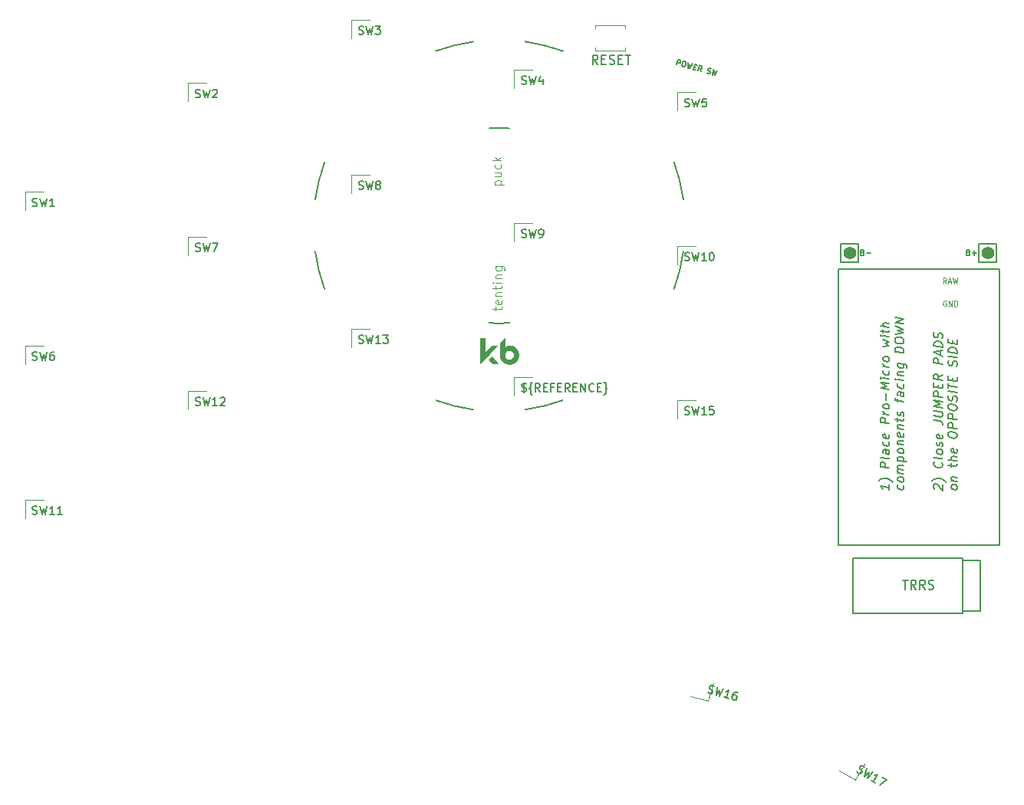
<source format=gbr>
%TF.GenerationSoftware,KiCad,Pcbnew,9.0.7*%
%TF.CreationDate,2026-02-19T17:59:39+01:00*%
%TF.ProjectId,half-swept,68616c66-2d73-4776-9570-742e6b696361,rev?*%
%TF.SameCoordinates,Original*%
%TF.FileFunction,Legend,Top*%
%TF.FilePolarity,Positive*%
%FSLAX46Y46*%
G04 Gerber Fmt 4.6, Leading zero omitted, Abs format (unit mm)*
G04 Created by KiCad (PCBNEW 9.0.7) date 2026-02-19 17:59:39*
%MOMM*%
%LPD*%
G01*
G04 APERTURE LIST*
%ADD10C,0.160000*%
%ADD11C,0.120000*%
%ADD12C,0.150000*%
%ADD13C,0.100000*%
%ADD14C,0.200000*%
%ADD15C,0.010000*%
%ADD16C,1.397000*%
G04 APERTURE END LIST*
D10*
X75057491Y-61274380D02*
X75186063Y-61317237D01*
X75186063Y-61317237D02*
X75400348Y-61317237D01*
X75400348Y-61317237D02*
X75486063Y-61274380D01*
X75486063Y-61274380D02*
X75528920Y-61231522D01*
X75528920Y-61231522D02*
X75571777Y-61145808D01*
X75571777Y-61145808D02*
X75571777Y-61060094D01*
X75571777Y-61060094D02*
X75528920Y-60974380D01*
X75528920Y-60974380D02*
X75486063Y-60931522D01*
X75486063Y-60931522D02*
X75400348Y-60888665D01*
X75400348Y-60888665D02*
X75228920Y-60845808D01*
X75228920Y-60845808D02*
X75143205Y-60802951D01*
X75143205Y-60802951D02*
X75100348Y-60760094D01*
X75100348Y-60760094D02*
X75057491Y-60674380D01*
X75057491Y-60674380D02*
X75057491Y-60588665D01*
X75057491Y-60588665D02*
X75100348Y-60502951D01*
X75100348Y-60502951D02*
X75143205Y-60460094D01*
X75143205Y-60460094D02*
X75228920Y-60417237D01*
X75228920Y-60417237D02*
X75443205Y-60417237D01*
X75443205Y-60417237D02*
X75571777Y-60460094D01*
X75314634Y-60288665D02*
X75314634Y-61445808D01*
X76214634Y-61660094D02*
X76171777Y-61660094D01*
X76171777Y-61660094D02*
X76086063Y-61617237D01*
X76086063Y-61617237D02*
X76043206Y-61531522D01*
X76043206Y-61531522D02*
X76043206Y-61102951D01*
X76043206Y-61102951D02*
X76000348Y-61017237D01*
X76000348Y-61017237D02*
X75914634Y-60974380D01*
X75914634Y-60974380D02*
X76000348Y-60931522D01*
X76000348Y-60931522D02*
X76043206Y-60845808D01*
X76043206Y-60845808D02*
X76043206Y-60417237D01*
X76043206Y-60417237D02*
X76086063Y-60331522D01*
X76086063Y-60331522D02*
X76171777Y-60288665D01*
X76171777Y-60288665D02*
X76214634Y-60288665D01*
X77071777Y-61317237D02*
X76771777Y-60888665D01*
X76557491Y-61317237D02*
X76557491Y-60417237D01*
X76557491Y-60417237D02*
X76900348Y-60417237D01*
X76900348Y-60417237D02*
X76986063Y-60460094D01*
X76986063Y-60460094D02*
X77028920Y-60502951D01*
X77028920Y-60502951D02*
X77071777Y-60588665D01*
X77071777Y-60588665D02*
X77071777Y-60717237D01*
X77071777Y-60717237D02*
X77028920Y-60802951D01*
X77028920Y-60802951D02*
X76986063Y-60845808D01*
X76986063Y-60845808D02*
X76900348Y-60888665D01*
X76900348Y-60888665D02*
X76557491Y-60888665D01*
X77457491Y-60845808D02*
X77757491Y-60845808D01*
X77886063Y-61317237D02*
X77457491Y-61317237D01*
X77457491Y-61317237D02*
X77457491Y-60417237D01*
X77457491Y-60417237D02*
X77886063Y-60417237D01*
X78571777Y-60845808D02*
X78271777Y-60845808D01*
X78271777Y-61317237D02*
X78271777Y-60417237D01*
X78271777Y-60417237D02*
X78700349Y-60417237D01*
X79043206Y-60845808D02*
X79343206Y-60845808D01*
X79471778Y-61317237D02*
X79043206Y-61317237D01*
X79043206Y-61317237D02*
X79043206Y-60417237D01*
X79043206Y-60417237D02*
X79471778Y-60417237D01*
X80371778Y-61317237D02*
X80071778Y-60888665D01*
X79857492Y-61317237D02*
X79857492Y-60417237D01*
X79857492Y-60417237D02*
X80200349Y-60417237D01*
X80200349Y-60417237D02*
X80286064Y-60460094D01*
X80286064Y-60460094D02*
X80328921Y-60502951D01*
X80328921Y-60502951D02*
X80371778Y-60588665D01*
X80371778Y-60588665D02*
X80371778Y-60717237D01*
X80371778Y-60717237D02*
X80328921Y-60802951D01*
X80328921Y-60802951D02*
X80286064Y-60845808D01*
X80286064Y-60845808D02*
X80200349Y-60888665D01*
X80200349Y-60888665D02*
X79857492Y-60888665D01*
X80757492Y-60845808D02*
X81057492Y-60845808D01*
X81186064Y-61317237D02*
X80757492Y-61317237D01*
X80757492Y-61317237D02*
X80757492Y-60417237D01*
X80757492Y-60417237D02*
X81186064Y-60417237D01*
X81571778Y-61317237D02*
X81571778Y-60417237D01*
X81571778Y-60417237D02*
X82086064Y-61317237D01*
X82086064Y-61317237D02*
X82086064Y-60417237D01*
X83028921Y-61231522D02*
X82986064Y-61274380D01*
X82986064Y-61274380D02*
X82857492Y-61317237D01*
X82857492Y-61317237D02*
X82771778Y-61317237D01*
X82771778Y-61317237D02*
X82643207Y-61274380D01*
X82643207Y-61274380D02*
X82557492Y-61188665D01*
X82557492Y-61188665D02*
X82514635Y-61102951D01*
X82514635Y-61102951D02*
X82471778Y-60931522D01*
X82471778Y-60931522D02*
X82471778Y-60802951D01*
X82471778Y-60802951D02*
X82514635Y-60631522D01*
X82514635Y-60631522D02*
X82557492Y-60545808D01*
X82557492Y-60545808D02*
X82643207Y-60460094D01*
X82643207Y-60460094D02*
X82771778Y-60417237D01*
X82771778Y-60417237D02*
X82857492Y-60417237D01*
X82857492Y-60417237D02*
X82986064Y-60460094D01*
X82986064Y-60460094D02*
X83028921Y-60502951D01*
X83414635Y-60845808D02*
X83714635Y-60845808D01*
X83843207Y-61317237D02*
X83414635Y-61317237D01*
X83414635Y-61317237D02*
X83414635Y-60417237D01*
X83414635Y-60417237D02*
X83843207Y-60417237D01*
X84143207Y-61660094D02*
X84186064Y-61660094D01*
X84186064Y-61660094D02*
X84271778Y-61617237D01*
X84271778Y-61617237D02*
X84314636Y-61531522D01*
X84314636Y-61531522D02*
X84314636Y-61102951D01*
X84314636Y-61102951D02*
X84357493Y-61017237D01*
X84357493Y-61017237D02*
X84443207Y-60974380D01*
X84443207Y-60974380D02*
X84357493Y-60931522D01*
X84357493Y-60931522D02*
X84314636Y-60845808D01*
X84314636Y-60845808D02*
X84314636Y-60417237D01*
X84314636Y-60417237D02*
X84271778Y-60331522D01*
X84271778Y-60331522D02*
X84186064Y-60288665D01*
X84186064Y-60288665D02*
X84143207Y-60288665D01*
D11*
X121925861Y-49344131D02*
X121725861Y-49058417D01*
X121583004Y-49344131D02*
X121583004Y-48744131D01*
X121583004Y-48744131D02*
X121811575Y-48744131D01*
X121811575Y-48744131D02*
X121868718Y-48772702D01*
X121868718Y-48772702D02*
X121897289Y-48801274D01*
X121897289Y-48801274D02*
X121925861Y-48858417D01*
X121925861Y-48858417D02*
X121925861Y-48944131D01*
X121925861Y-48944131D02*
X121897289Y-49001274D01*
X121897289Y-49001274D02*
X121868718Y-49029845D01*
X121868718Y-49029845D02*
X121811575Y-49058417D01*
X121811575Y-49058417D02*
X121583004Y-49058417D01*
X122154432Y-49172702D02*
X122440147Y-49172702D01*
X122097289Y-49344131D02*
X122297289Y-48744131D01*
X122297289Y-48744131D02*
X122497289Y-49344131D01*
X122640147Y-48744131D02*
X122783004Y-49344131D01*
X122783004Y-49344131D02*
X122897290Y-48915560D01*
X122897290Y-48915560D02*
X123011575Y-49344131D01*
X123011575Y-49344131D02*
X123154433Y-48744131D01*
X121897289Y-51312702D02*
X121840147Y-51284131D01*
X121840147Y-51284131D02*
X121754432Y-51284131D01*
X121754432Y-51284131D02*
X121668718Y-51312702D01*
X121668718Y-51312702D02*
X121611575Y-51369845D01*
X121611575Y-51369845D02*
X121583004Y-51426988D01*
X121583004Y-51426988D02*
X121554432Y-51541274D01*
X121554432Y-51541274D02*
X121554432Y-51626988D01*
X121554432Y-51626988D02*
X121583004Y-51741274D01*
X121583004Y-51741274D02*
X121611575Y-51798417D01*
X121611575Y-51798417D02*
X121668718Y-51855560D01*
X121668718Y-51855560D02*
X121754432Y-51884131D01*
X121754432Y-51884131D02*
X121811575Y-51884131D01*
X121811575Y-51884131D02*
X121897289Y-51855560D01*
X121897289Y-51855560D02*
X121925861Y-51826988D01*
X121925861Y-51826988D02*
X121925861Y-51626988D01*
X121925861Y-51626988D02*
X121811575Y-51626988D01*
X122183004Y-51884131D02*
X122183004Y-51284131D01*
X122183004Y-51284131D02*
X122525861Y-51884131D01*
X122525861Y-51884131D02*
X122525861Y-51284131D01*
X122811575Y-51884131D02*
X122811575Y-51284131D01*
X122811575Y-51284131D02*
X122954432Y-51284131D01*
X122954432Y-51284131D02*
X123040146Y-51312702D01*
X123040146Y-51312702D02*
X123097289Y-51369845D01*
X123097289Y-51369845D02*
X123125860Y-51426988D01*
X123125860Y-51426988D02*
X123154432Y-51541274D01*
X123154432Y-51541274D02*
X123154432Y-51626988D01*
X123154432Y-51626988D02*
X123125860Y-51741274D01*
X123125860Y-51741274D02*
X123097289Y-51798417D01*
X123097289Y-51798417D02*
X123040146Y-51855560D01*
X123040146Y-51855560D02*
X122954432Y-51884131D01*
X122954432Y-51884131D02*
X122811575Y-51884131D01*
D12*
X115626247Y-71586163D02*
X115626247Y-72157592D01*
X115626247Y-71871877D02*
X114626247Y-71746877D01*
X114626247Y-71746877D02*
X114769104Y-71859973D01*
X114769104Y-71859973D02*
X114864342Y-71967116D01*
X114864342Y-71967116D02*
X114911961Y-72068306D01*
X116007199Y-71300449D02*
X115959580Y-71246877D01*
X115959580Y-71246877D02*
X115816723Y-71133782D01*
X115816723Y-71133782D02*
X115721485Y-71074258D01*
X115721485Y-71074258D02*
X115578628Y-71008782D01*
X115578628Y-71008782D02*
X115340532Y-70931401D01*
X115340532Y-70931401D02*
X115150056Y-70907592D01*
X115150056Y-70907592D02*
X114911961Y-70925449D01*
X114911961Y-70925449D02*
X114769104Y-70955211D01*
X114769104Y-70955211D02*
X114673866Y-70990925D01*
X114673866Y-70990925D02*
X114531008Y-71068306D01*
X114531008Y-71068306D02*
X114483389Y-71109973D01*
X115626247Y-69729020D02*
X114626247Y-69604020D01*
X114626247Y-69604020D02*
X114626247Y-69223067D01*
X114626247Y-69223067D02*
X114673866Y-69133782D01*
X114673866Y-69133782D02*
X114721485Y-69092115D01*
X114721485Y-69092115D02*
X114816723Y-69056401D01*
X114816723Y-69056401D02*
X114959580Y-69074258D01*
X114959580Y-69074258D02*
X115054818Y-69133782D01*
X115054818Y-69133782D02*
X115102437Y-69187353D01*
X115102437Y-69187353D02*
X115150056Y-69288543D01*
X115150056Y-69288543D02*
X115150056Y-69669496D01*
X115626247Y-68586163D02*
X115578628Y-68675448D01*
X115578628Y-68675448D02*
X115483389Y-68711163D01*
X115483389Y-68711163D02*
X114626247Y-68604020D01*
X115626247Y-67776638D02*
X115102437Y-67711162D01*
X115102437Y-67711162D02*
X115007199Y-67746876D01*
X115007199Y-67746876D02*
X114959580Y-67836162D01*
X114959580Y-67836162D02*
X114959580Y-68026638D01*
X114959580Y-68026638D02*
X115007199Y-68127829D01*
X115578628Y-67770686D02*
X115626247Y-67871876D01*
X115626247Y-67871876D02*
X115626247Y-68109972D01*
X115626247Y-68109972D02*
X115578628Y-68199257D01*
X115578628Y-68199257D02*
X115483389Y-68234972D01*
X115483389Y-68234972D02*
X115388151Y-68223067D01*
X115388151Y-68223067D02*
X115292913Y-68163543D01*
X115292913Y-68163543D02*
X115245294Y-68062353D01*
X115245294Y-68062353D02*
X115245294Y-67824257D01*
X115245294Y-67824257D02*
X115197675Y-67723067D01*
X115578628Y-66865924D02*
X115626247Y-66967114D01*
X115626247Y-66967114D02*
X115626247Y-67157591D01*
X115626247Y-67157591D02*
X115578628Y-67246876D01*
X115578628Y-67246876D02*
X115531008Y-67288543D01*
X115531008Y-67288543D02*
X115435770Y-67324257D01*
X115435770Y-67324257D02*
X115150056Y-67288543D01*
X115150056Y-67288543D02*
X115054818Y-67229019D01*
X115054818Y-67229019D02*
X115007199Y-67175448D01*
X115007199Y-67175448D02*
X114959580Y-67074257D01*
X114959580Y-67074257D02*
X114959580Y-66883781D01*
X114959580Y-66883781D02*
X115007199Y-66794495D01*
X115578628Y-66056400D02*
X115626247Y-66157590D01*
X115626247Y-66157590D02*
X115626247Y-66348067D01*
X115626247Y-66348067D02*
X115578628Y-66437352D01*
X115578628Y-66437352D02*
X115483389Y-66473067D01*
X115483389Y-66473067D02*
X115102437Y-66425448D01*
X115102437Y-66425448D02*
X115007199Y-66365924D01*
X115007199Y-66365924D02*
X114959580Y-66264733D01*
X114959580Y-66264733D02*
X114959580Y-66074257D01*
X114959580Y-66074257D02*
X115007199Y-65984971D01*
X115007199Y-65984971D02*
X115102437Y-65949257D01*
X115102437Y-65949257D02*
X115197675Y-65961162D01*
X115197675Y-65961162D02*
X115292913Y-66449257D01*
X115626247Y-64824257D02*
X114626247Y-64699257D01*
X114626247Y-64699257D02*
X114626247Y-64318304D01*
X114626247Y-64318304D02*
X114673866Y-64229019D01*
X114673866Y-64229019D02*
X114721485Y-64187352D01*
X114721485Y-64187352D02*
X114816723Y-64151638D01*
X114816723Y-64151638D02*
X114959580Y-64169495D01*
X114959580Y-64169495D02*
X115054818Y-64229019D01*
X115054818Y-64229019D02*
X115102437Y-64282590D01*
X115102437Y-64282590D02*
X115150056Y-64383780D01*
X115150056Y-64383780D02*
X115150056Y-64764733D01*
X115626247Y-63824257D02*
X114959580Y-63740923D01*
X115150056Y-63764733D02*
X115054818Y-63705209D01*
X115054818Y-63705209D02*
X115007199Y-63651638D01*
X115007199Y-63651638D02*
X114959580Y-63550447D01*
X114959580Y-63550447D02*
X114959580Y-63455209D01*
X115626247Y-63062352D02*
X115578628Y-63151637D01*
X115578628Y-63151637D02*
X115531008Y-63193304D01*
X115531008Y-63193304D02*
X115435770Y-63229018D01*
X115435770Y-63229018D02*
X115150056Y-63193304D01*
X115150056Y-63193304D02*
X115054818Y-63133780D01*
X115054818Y-63133780D02*
X115007199Y-63080209D01*
X115007199Y-63080209D02*
X114959580Y-62979018D01*
X114959580Y-62979018D02*
X114959580Y-62836161D01*
X114959580Y-62836161D02*
X115007199Y-62746875D01*
X115007199Y-62746875D02*
X115054818Y-62705209D01*
X115054818Y-62705209D02*
X115150056Y-62669494D01*
X115150056Y-62669494D02*
X115435770Y-62705209D01*
X115435770Y-62705209D02*
X115531008Y-62764732D01*
X115531008Y-62764732D02*
X115578628Y-62818304D01*
X115578628Y-62818304D02*
X115626247Y-62919494D01*
X115626247Y-62919494D02*
X115626247Y-63062352D01*
X115245294Y-62252828D02*
X115245294Y-61490923D01*
X115626247Y-61062352D02*
X114626247Y-60937352D01*
X114626247Y-60937352D02*
X115340532Y-60693304D01*
X115340532Y-60693304D02*
X114626247Y-60270685D01*
X114626247Y-60270685D02*
X115626247Y-60395685D01*
X115626247Y-59919495D02*
X114959580Y-59836161D01*
X114626247Y-59794495D02*
X114673866Y-59848066D01*
X114673866Y-59848066D02*
X114721485Y-59806399D01*
X114721485Y-59806399D02*
X114673866Y-59752828D01*
X114673866Y-59752828D02*
X114626247Y-59794495D01*
X114626247Y-59794495D02*
X114721485Y-59806399D01*
X115578628Y-59008781D02*
X115626247Y-59109971D01*
X115626247Y-59109971D02*
X115626247Y-59300448D01*
X115626247Y-59300448D02*
X115578628Y-59389733D01*
X115578628Y-59389733D02*
X115531008Y-59431400D01*
X115531008Y-59431400D02*
X115435770Y-59467114D01*
X115435770Y-59467114D02*
X115150056Y-59431400D01*
X115150056Y-59431400D02*
X115054818Y-59371876D01*
X115054818Y-59371876D02*
X115007199Y-59318305D01*
X115007199Y-59318305D02*
X114959580Y-59217114D01*
X114959580Y-59217114D02*
X114959580Y-59026638D01*
X114959580Y-59026638D02*
X115007199Y-58937352D01*
X115626247Y-58586162D02*
X114959580Y-58502828D01*
X115150056Y-58526638D02*
X115054818Y-58467114D01*
X115054818Y-58467114D02*
X115007199Y-58413543D01*
X115007199Y-58413543D02*
X114959580Y-58312352D01*
X114959580Y-58312352D02*
X114959580Y-58217114D01*
X115626247Y-57824257D02*
X115578628Y-57913542D01*
X115578628Y-57913542D02*
X115531008Y-57955209D01*
X115531008Y-57955209D02*
X115435770Y-57990923D01*
X115435770Y-57990923D02*
X115150056Y-57955209D01*
X115150056Y-57955209D02*
X115054818Y-57895685D01*
X115054818Y-57895685D02*
X115007199Y-57842114D01*
X115007199Y-57842114D02*
X114959580Y-57740923D01*
X114959580Y-57740923D02*
X114959580Y-57598066D01*
X114959580Y-57598066D02*
X115007199Y-57508780D01*
X115007199Y-57508780D02*
X115054818Y-57467114D01*
X115054818Y-57467114D02*
X115150056Y-57431399D01*
X115150056Y-57431399D02*
X115435770Y-57467114D01*
X115435770Y-57467114D02*
X115531008Y-57526637D01*
X115531008Y-57526637D02*
X115578628Y-57580209D01*
X115578628Y-57580209D02*
X115626247Y-57681399D01*
X115626247Y-57681399D02*
X115626247Y-57824257D01*
X114959580Y-56312351D02*
X115626247Y-56205209D01*
X115626247Y-56205209D02*
X115150056Y-55955209D01*
X115150056Y-55955209D02*
X115626247Y-55824256D01*
X115626247Y-55824256D02*
X114959580Y-55550447D01*
X115626247Y-55252828D02*
X114959580Y-55169494D01*
X114626247Y-55127828D02*
X114673866Y-55181399D01*
X114673866Y-55181399D02*
X114721485Y-55139732D01*
X114721485Y-55139732D02*
X114673866Y-55086161D01*
X114673866Y-55086161D02*
X114626247Y-55127828D01*
X114626247Y-55127828D02*
X114721485Y-55139732D01*
X114959580Y-54836161D02*
X114959580Y-54455209D01*
X114626247Y-54651638D02*
X115483389Y-54758781D01*
X115483389Y-54758781D02*
X115578628Y-54723066D01*
X115578628Y-54723066D02*
X115626247Y-54633781D01*
X115626247Y-54633781D02*
X115626247Y-54538542D01*
X115626247Y-54205209D02*
X114626247Y-54080209D01*
X115626247Y-53776637D02*
X115102437Y-53711161D01*
X115102437Y-53711161D02*
X115007199Y-53746875D01*
X115007199Y-53746875D02*
X114959580Y-53836161D01*
X114959580Y-53836161D02*
X114959580Y-53979018D01*
X114959580Y-53979018D02*
X115007199Y-54080209D01*
X115007199Y-54080209D02*
X115054818Y-54133780D01*
X117188572Y-71675449D02*
X117236191Y-71776639D01*
X117236191Y-71776639D02*
X117236191Y-71967116D01*
X117236191Y-71967116D02*
X117188572Y-72056401D01*
X117188572Y-72056401D02*
X117140952Y-72098068D01*
X117140952Y-72098068D02*
X117045714Y-72133782D01*
X117045714Y-72133782D02*
X116760000Y-72098068D01*
X116760000Y-72098068D02*
X116664762Y-72038544D01*
X116664762Y-72038544D02*
X116617143Y-71984973D01*
X116617143Y-71984973D02*
X116569524Y-71883782D01*
X116569524Y-71883782D02*
X116569524Y-71693306D01*
X116569524Y-71693306D02*
X116617143Y-71604020D01*
X117236191Y-71109973D02*
X117188572Y-71199258D01*
X117188572Y-71199258D02*
X117140952Y-71240925D01*
X117140952Y-71240925D02*
X117045714Y-71276639D01*
X117045714Y-71276639D02*
X116760000Y-71240925D01*
X116760000Y-71240925D02*
X116664762Y-71181401D01*
X116664762Y-71181401D02*
X116617143Y-71127830D01*
X116617143Y-71127830D02*
X116569524Y-71026639D01*
X116569524Y-71026639D02*
X116569524Y-70883782D01*
X116569524Y-70883782D02*
X116617143Y-70794496D01*
X116617143Y-70794496D02*
X116664762Y-70752830D01*
X116664762Y-70752830D02*
X116760000Y-70717115D01*
X116760000Y-70717115D02*
X117045714Y-70752830D01*
X117045714Y-70752830D02*
X117140952Y-70812353D01*
X117140952Y-70812353D02*
X117188572Y-70865925D01*
X117188572Y-70865925D02*
X117236191Y-70967115D01*
X117236191Y-70967115D02*
X117236191Y-71109973D01*
X117236191Y-70348068D02*
X116569524Y-70264734D01*
X116664762Y-70276639D02*
X116617143Y-70223068D01*
X116617143Y-70223068D02*
X116569524Y-70121877D01*
X116569524Y-70121877D02*
X116569524Y-69979020D01*
X116569524Y-69979020D02*
X116617143Y-69889734D01*
X116617143Y-69889734D02*
X116712381Y-69854020D01*
X116712381Y-69854020D02*
X117236191Y-69919496D01*
X116712381Y-69854020D02*
X116617143Y-69794496D01*
X116617143Y-69794496D02*
X116569524Y-69693306D01*
X116569524Y-69693306D02*
X116569524Y-69550449D01*
X116569524Y-69550449D02*
X116617143Y-69461163D01*
X116617143Y-69461163D02*
X116712381Y-69425449D01*
X116712381Y-69425449D02*
X117236191Y-69490925D01*
X116569524Y-68931401D02*
X117569524Y-69056401D01*
X116617143Y-68937354D02*
X116569524Y-68836163D01*
X116569524Y-68836163D02*
X116569524Y-68645687D01*
X116569524Y-68645687D02*
X116617143Y-68556401D01*
X116617143Y-68556401D02*
X116664762Y-68514735D01*
X116664762Y-68514735D02*
X116760000Y-68479020D01*
X116760000Y-68479020D02*
X117045714Y-68514735D01*
X117045714Y-68514735D02*
X117140952Y-68574258D01*
X117140952Y-68574258D02*
X117188572Y-68627830D01*
X117188572Y-68627830D02*
X117236191Y-68729020D01*
X117236191Y-68729020D02*
X117236191Y-68919497D01*
X117236191Y-68919497D02*
X117188572Y-69008782D01*
X117236191Y-67967116D02*
X117188572Y-68056401D01*
X117188572Y-68056401D02*
X117140952Y-68098068D01*
X117140952Y-68098068D02*
X117045714Y-68133782D01*
X117045714Y-68133782D02*
X116760000Y-68098068D01*
X116760000Y-68098068D02*
X116664762Y-68038544D01*
X116664762Y-68038544D02*
X116617143Y-67984973D01*
X116617143Y-67984973D02*
X116569524Y-67883782D01*
X116569524Y-67883782D02*
X116569524Y-67740925D01*
X116569524Y-67740925D02*
X116617143Y-67651639D01*
X116617143Y-67651639D02*
X116664762Y-67609973D01*
X116664762Y-67609973D02*
X116760000Y-67574258D01*
X116760000Y-67574258D02*
X117045714Y-67609973D01*
X117045714Y-67609973D02*
X117140952Y-67669496D01*
X117140952Y-67669496D02*
X117188572Y-67723068D01*
X117188572Y-67723068D02*
X117236191Y-67824258D01*
X117236191Y-67824258D02*
X117236191Y-67967116D01*
X116569524Y-67121877D02*
X117236191Y-67205211D01*
X116664762Y-67133782D02*
X116617143Y-67080211D01*
X116617143Y-67080211D02*
X116569524Y-66979020D01*
X116569524Y-66979020D02*
X116569524Y-66836163D01*
X116569524Y-66836163D02*
X116617143Y-66746877D01*
X116617143Y-66746877D02*
X116712381Y-66711163D01*
X116712381Y-66711163D02*
X117236191Y-66776639D01*
X117188572Y-65913544D02*
X117236191Y-66014734D01*
X117236191Y-66014734D02*
X117236191Y-66205211D01*
X117236191Y-66205211D02*
X117188572Y-66294496D01*
X117188572Y-66294496D02*
X117093333Y-66330211D01*
X117093333Y-66330211D02*
X116712381Y-66282592D01*
X116712381Y-66282592D02*
X116617143Y-66223068D01*
X116617143Y-66223068D02*
X116569524Y-66121877D01*
X116569524Y-66121877D02*
X116569524Y-65931401D01*
X116569524Y-65931401D02*
X116617143Y-65842115D01*
X116617143Y-65842115D02*
X116712381Y-65806401D01*
X116712381Y-65806401D02*
X116807619Y-65818306D01*
X116807619Y-65818306D02*
X116902857Y-66306401D01*
X116569524Y-65359972D02*
X117236191Y-65443306D01*
X116664762Y-65371877D02*
X116617143Y-65318306D01*
X116617143Y-65318306D02*
X116569524Y-65217115D01*
X116569524Y-65217115D02*
X116569524Y-65074258D01*
X116569524Y-65074258D02*
X116617143Y-64984972D01*
X116617143Y-64984972D02*
X116712381Y-64949258D01*
X116712381Y-64949258D02*
X117236191Y-65014734D01*
X116569524Y-64598067D02*
X116569524Y-64217115D01*
X116236191Y-64413544D02*
X117093333Y-64520687D01*
X117093333Y-64520687D02*
X117188572Y-64484972D01*
X117188572Y-64484972D02*
X117236191Y-64395687D01*
X117236191Y-64395687D02*
X117236191Y-64300448D01*
X117188572Y-64008781D02*
X117236191Y-63919496D01*
X117236191Y-63919496D02*
X117236191Y-63729019D01*
X117236191Y-63729019D02*
X117188572Y-63627829D01*
X117188572Y-63627829D02*
X117093333Y-63568305D01*
X117093333Y-63568305D02*
X117045714Y-63562353D01*
X117045714Y-63562353D02*
X116950476Y-63598067D01*
X116950476Y-63598067D02*
X116902857Y-63687353D01*
X116902857Y-63687353D02*
X116902857Y-63830210D01*
X116902857Y-63830210D02*
X116855238Y-63919496D01*
X116855238Y-63919496D02*
X116760000Y-63955210D01*
X116760000Y-63955210D02*
X116712381Y-63949258D01*
X116712381Y-63949258D02*
X116617143Y-63889734D01*
X116617143Y-63889734D02*
X116569524Y-63788543D01*
X116569524Y-63788543D02*
X116569524Y-63645686D01*
X116569524Y-63645686D02*
X116617143Y-63556400D01*
X116569524Y-62455209D02*
X116569524Y-62074257D01*
X117236191Y-62395686D02*
X116379048Y-62288543D01*
X116379048Y-62288543D02*
X116283810Y-62229019D01*
X116283810Y-62229019D02*
X116236191Y-62127829D01*
X116236191Y-62127829D02*
X116236191Y-62032590D01*
X117236191Y-61395685D02*
X116712381Y-61330209D01*
X116712381Y-61330209D02*
X116617143Y-61365923D01*
X116617143Y-61365923D02*
X116569524Y-61455209D01*
X116569524Y-61455209D02*
X116569524Y-61645685D01*
X116569524Y-61645685D02*
X116617143Y-61746876D01*
X117188572Y-61389733D02*
X117236191Y-61490923D01*
X117236191Y-61490923D02*
X117236191Y-61729019D01*
X117236191Y-61729019D02*
X117188572Y-61818304D01*
X117188572Y-61818304D02*
X117093333Y-61854019D01*
X117093333Y-61854019D02*
X116998095Y-61842114D01*
X116998095Y-61842114D02*
X116902857Y-61782590D01*
X116902857Y-61782590D02*
X116855238Y-61681400D01*
X116855238Y-61681400D02*
X116855238Y-61443304D01*
X116855238Y-61443304D02*
X116807619Y-61342114D01*
X117188572Y-60484971D02*
X117236191Y-60586161D01*
X117236191Y-60586161D02*
X117236191Y-60776638D01*
X117236191Y-60776638D02*
X117188572Y-60865923D01*
X117188572Y-60865923D02*
X117140952Y-60907590D01*
X117140952Y-60907590D02*
X117045714Y-60943304D01*
X117045714Y-60943304D02*
X116760000Y-60907590D01*
X116760000Y-60907590D02*
X116664762Y-60848066D01*
X116664762Y-60848066D02*
X116617143Y-60794495D01*
X116617143Y-60794495D02*
X116569524Y-60693304D01*
X116569524Y-60693304D02*
X116569524Y-60502828D01*
X116569524Y-60502828D02*
X116617143Y-60413542D01*
X117236191Y-60062352D02*
X116569524Y-59979018D01*
X116236191Y-59937352D02*
X116283810Y-59990923D01*
X116283810Y-59990923D02*
X116331429Y-59949256D01*
X116331429Y-59949256D02*
X116283810Y-59895685D01*
X116283810Y-59895685D02*
X116236191Y-59937352D01*
X116236191Y-59937352D02*
X116331429Y-59949256D01*
X116569524Y-59502828D02*
X117236191Y-59586162D01*
X116664762Y-59514733D02*
X116617143Y-59461162D01*
X116617143Y-59461162D02*
X116569524Y-59359971D01*
X116569524Y-59359971D02*
X116569524Y-59217114D01*
X116569524Y-59217114D02*
X116617143Y-59127828D01*
X116617143Y-59127828D02*
X116712381Y-59092114D01*
X116712381Y-59092114D02*
X117236191Y-59157590D01*
X116569524Y-58169495D02*
X117379048Y-58270685D01*
X117379048Y-58270685D02*
X117474286Y-58330209D01*
X117474286Y-58330209D02*
X117521905Y-58383781D01*
X117521905Y-58383781D02*
X117569524Y-58484971D01*
X117569524Y-58484971D02*
X117569524Y-58627828D01*
X117569524Y-58627828D02*
X117521905Y-58717114D01*
X117188572Y-58246876D02*
X117236191Y-58348066D01*
X117236191Y-58348066D02*
X117236191Y-58538543D01*
X117236191Y-58538543D02*
X117188572Y-58627828D01*
X117188572Y-58627828D02*
X117140952Y-58669495D01*
X117140952Y-58669495D02*
X117045714Y-58705209D01*
X117045714Y-58705209D02*
X116760000Y-58669495D01*
X116760000Y-58669495D02*
X116664762Y-58609971D01*
X116664762Y-58609971D02*
X116617143Y-58556400D01*
X116617143Y-58556400D02*
X116569524Y-58455209D01*
X116569524Y-58455209D02*
X116569524Y-58264733D01*
X116569524Y-58264733D02*
X116617143Y-58175447D01*
X117236191Y-57014733D02*
X116236191Y-56889733D01*
X116236191Y-56889733D02*
X116236191Y-56651637D01*
X116236191Y-56651637D02*
X116283810Y-56514733D01*
X116283810Y-56514733D02*
X116379048Y-56431399D01*
X116379048Y-56431399D02*
X116474286Y-56395685D01*
X116474286Y-56395685D02*
X116664762Y-56371876D01*
X116664762Y-56371876D02*
X116807619Y-56389733D01*
X116807619Y-56389733D02*
X116998095Y-56461161D01*
X116998095Y-56461161D02*
X117093333Y-56520685D01*
X117093333Y-56520685D02*
X117188572Y-56627828D01*
X117188572Y-56627828D02*
X117236191Y-56776637D01*
X117236191Y-56776637D02*
X117236191Y-57014733D01*
X116236191Y-55699256D02*
X116236191Y-55508780D01*
X116236191Y-55508780D02*
X116283810Y-55419495D01*
X116283810Y-55419495D02*
X116379048Y-55336161D01*
X116379048Y-55336161D02*
X116569524Y-55312352D01*
X116569524Y-55312352D02*
X116902857Y-55354018D01*
X116902857Y-55354018D02*
X117093333Y-55425447D01*
X117093333Y-55425447D02*
X117188572Y-55532590D01*
X117188572Y-55532590D02*
X117236191Y-55633780D01*
X117236191Y-55633780D02*
X117236191Y-55824256D01*
X117236191Y-55824256D02*
X117188572Y-55913542D01*
X117188572Y-55913542D02*
X117093333Y-55996876D01*
X117093333Y-55996876D02*
X116902857Y-56020685D01*
X116902857Y-56020685D02*
X116569524Y-55979018D01*
X116569524Y-55979018D02*
X116379048Y-55907590D01*
X116379048Y-55907590D02*
X116283810Y-55800447D01*
X116283810Y-55800447D02*
X116236191Y-55699256D01*
X116236191Y-54937352D02*
X117236191Y-54824257D01*
X117236191Y-54824257D02*
X116521905Y-54544495D01*
X116521905Y-54544495D02*
X117236191Y-54443304D01*
X117236191Y-54443304D02*
X116236191Y-54080209D01*
X117236191Y-53824257D02*
X116236191Y-53699257D01*
X116236191Y-53699257D02*
X117236191Y-53252828D01*
X117236191Y-53252828D02*
X116236191Y-53127828D01*
X120614285Y-72044496D02*
X120566666Y-71990925D01*
X120566666Y-71990925D02*
X120519047Y-71889735D01*
X120519047Y-71889735D02*
X120519047Y-71651639D01*
X120519047Y-71651639D02*
X120566666Y-71562354D01*
X120566666Y-71562354D02*
X120614285Y-71520687D01*
X120614285Y-71520687D02*
X120709523Y-71484973D01*
X120709523Y-71484973D02*
X120804761Y-71496877D01*
X120804761Y-71496877D02*
X120947618Y-71562354D01*
X120947618Y-71562354D02*
X121519047Y-72205211D01*
X121519047Y-72205211D02*
X121519047Y-71586163D01*
X121899999Y-71300449D02*
X121852380Y-71246877D01*
X121852380Y-71246877D02*
X121709523Y-71133782D01*
X121709523Y-71133782D02*
X121614285Y-71074258D01*
X121614285Y-71074258D02*
X121471428Y-71008782D01*
X121471428Y-71008782D02*
X121233332Y-70931401D01*
X121233332Y-70931401D02*
X121042856Y-70907592D01*
X121042856Y-70907592D02*
X120804761Y-70925449D01*
X120804761Y-70925449D02*
X120661904Y-70955211D01*
X120661904Y-70955211D02*
X120566666Y-70990925D01*
X120566666Y-70990925D02*
X120423808Y-71068306D01*
X120423808Y-71068306D02*
X120376189Y-71109973D01*
X121423808Y-69145686D02*
X121471428Y-69199258D01*
X121471428Y-69199258D02*
X121519047Y-69348067D01*
X121519047Y-69348067D02*
X121519047Y-69443305D01*
X121519047Y-69443305D02*
X121471428Y-69580210D01*
X121471428Y-69580210D02*
X121376189Y-69663543D01*
X121376189Y-69663543D02*
X121280951Y-69699258D01*
X121280951Y-69699258D02*
X121090475Y-69723067D01*
X121090475Y-69723067D02*
X120947618Y-69705210D01*
X120947618Y-69705210D02*
X120757142Y-69633782D01*
X120757142Y-69633782D02*
X120661904Y-69574258D01*
X120661904Y-69574258D02*
X120566666Y-69467115D01*
X120566666Y-69467115D02*
X120519047Y-69318305D01*
X120519047Y-69318305D02*
X120519047Y-69223067D01*
X120519047Y-69223067D02*
X120566666Y-69086163D01*
X120566666Y-69086163D02*
X120614285Y-69044496D01*
X121519047Y-68586163D02*
X121471428Y-68675448D01*
X121471428Y-68675448D02*
X121376189Y-68711163D01*
X121376189Y-68711163D02*
X120519047Y-68604020D01*
X121519047Y-68062353D02*
X121471428Y-68151638D01*
X121471428Y-68151638D02*
X121423808Y-68193305D01*
X121423808Y-68193305D02*
X121328570Y-68229019D01*
X121328570Y-68229019D02*
X121042856Y-68193305D01*
X121042856Y-68193305D02*
X120947618Y-68133781D01*
X120947618Y-68133781D02*
X120899999Y-68080210D01*
X120899999Y-68080210D02*
X120852380Y-67979019D01*
X120852380Y-67979019D02*
X120852380Y-67836162D01*
X120852380Y-67836162D02*
X120899999Y-67746876D01*
X120899999Y-67746876D02*
X120947618Y-67705210D01*
X120947618Y-67705210D02*
X121042856Y-67669495D01*
X121042856Y-67669495D02*
X121328570Y-67705210D01*
X121328570Y-67705210D02*
X121423808Y-67764733D01*
X121423808Y-67764733D02*
X121471428Y-67818305D01*
X121471428Y-67818305D02*
X121519047Y-67919495D01*
X121519047Y-67919495D02*
X121519047Y-68062353D01*
X121471428Y-67342114D02*
X121519047Y-67252829D01*
X121519047Y-67252829D02*
X121519047Y-67062352D01*
X121519047Y-67062352D02*
X121471428Y-66961162D01*
X121471428Y-66961162D02*
X121376189Y-66901638D01*
X121376189Y-66901638D02*
X121328570Y-66895686D01*
X121328570Y-66895686D02*
X121233332Y-66931400D01*
X121233332Y-66931400D02*
X121185713Y-67020686D01*
X121185713Y-67020686D02*
X121185713Y-67163543D01*
X121185713Y-67163543D02*
X121138094Y-67252829D01*
X121138094Y-67252829D02*
X121042856Y-67288543D01*
X121042856Y-67288543D02*
X120995237Y-67282591D01*
X120995237Y-67282591D02*
X120899999Y-67223067D01*
X120899999Y-67223067D02*
X120852380Y-67121876D01*
X120852380Y-67121876D02*
X120852380Y-66979019D01*
X120852380Y-66979019D02*
X120899999Y-66889733D01*
X121471428Y-66104019D02*
X121519047Y-66205209D01*
X121519047Y-66205209D02*
X121519047Y-66395686D01*
X121519047Y-66395686D02*
X121471428Y-66484971D01*
X121471428Y-66484971D02*
X121376189Y-66520686D01*
X121376189Y-66520686D02*
X120995237Y-66473067D01*
X120995237Y-66473067D02*
X120899999Y-66413543D01*
X120899999Y-66413543D02*
X120852380Y-66312352D01*
X120852380Y-66312352D02*
X120852380Y-66121876D01*
X120852380Y-66121876D02*
X120899999Y-66032590D01*
X120899999Y-66032590D02*
X120995237Y-65996876D01*
X120995237Y-65996876D02*
X121090475Y-66008781D01*
X121090475Y-66008781D02*
X121185713Y-66496876D01*
X120519047Y-64461161D02*
X121233332Y-64550447D01*
X121233332Y-64550447D02*
X121376189Y-64615923D01*
X121376189Y-64615923D02*
X121471428Y-64723066D01*
X121471428Y-64723066D02*
X121519047Y-64871876D01*
X121519047Y-64871876D02*
X121519047Y-64967114D01*
X120519047Y-63984971D02*
X121328570Y-64086161D01*
X121328570Y-64086161D02*
X121423808Y-64050447D01*
X121423808Y-64050447D02*
X121471428Y-64008780D01*
X121471428Y-64008780D02*
X121519047Y-63919494D01*
X121519047Y-63919494D02*
X121519047Y-63729018D01*
X121519047Y-63729018D02*
X121471428Y-63627828D01*
X121471428Y-63627828D02*
X121423808Y-63574256D01*
X121423808Y-63574256D02*
X121328570Y-63514733D01*
X121328570Y-63514733D02*
X120519047Y-63413542D01*
X121519047Y-63062352D02*
X120519047Y-62937352D01*
X120519047Y-62937352D02*
X121233332Y-62693304D01*
X121233332Y-62693304D02*
X120519047Y-62270685D01*
X120519047Y-62270685D02*
X121519047Y-62395685D01*
X121519047Y-61919495D02*
X120519047Y-61794495D01*
X120519047Y-61794495D02*
X120519047Y-61413542D01*
X120519047Y-61413542D02*
X120566666Y-61324257D01*
X120566666Y-61324257D02*
X120614285Y-61282590D01*
X120614285Y-61282590D02*
X120709523Y-61246876D01*
X120709523Y-61246876D02*
X120852380Y-61264733D01*
X120852380Y-61264733D02*
X120947618Y-61324257D01*
X120947618Y-61324257D02*
X120995237Y-61377828D01*
X120995237Y-61377828D02*
X121042856Y-61479018D01*
X121042856Y-61479018D02*
X121042856Y-61859971D01*
X120995237Y-60854018D02*
X120995237Y-60520685D01*
X121519047Y-60443304D02*
X121519047Y-60919495D01*
X121519047Y-60919495D02*
X120519047Y-60794495D01*
X120519047Y-60794495D02*
X120519047Y-60318304D01*
X121519047Y-59443304D02*
X121042856Y-59717114D01*
X121519047Y-60014733D02*
X120519047Y-59889733D01*
X120519047Y-59889733D02*
X120519047Y-59508780D01*
X120519047Y-59508780D02*
X120566666Y-59419495D01*
X120566666Y-59419495D02*
X120614285Y-59377828D01*
X120614285Y-59377828D02*
X120709523Y-59342114D01*
X120709523Y-59342114D02*
X120852380Y-59359971D01*
X120852380Y-59359971D02*
X120947618Y-59419495D01*
X120947618Y-59419495D02*
X120995237Y-59473066D01*
X120995237Y-59473066D02*
X121042856Y-59574256D01*
X121042856Y-59574256D02*
X121042856Y-59955209D01*
X121519047Y-58252828D02*
X120519047Y-58127828D01*
X120519047Y-58127828D02*
X120519047Y-57746875D01*
X120519047Y-57746875D02*
X120566666Y-57657590D01*
X120566666Y-57657590D02*
X120614285Y-57615923D01*
X120614285Y-57615923D02*
X120709523Y-57580209D01*
X120709523Y-57580209D02*
X120852380Y-57598066D01*
X120852380Y-57598066D02*
X120947618Y-57657590D01*
X120947618Y-57657590D02*
X120995237Y-57711161D01*
X120995237Y-57711161D02*
X121042856Y-57812351D01*
X121042856Y-57812351D02*
X121042856Y-58193304D01*
X121233332Y-57264732D02*
X121233332Y-56788542D01*
X121519047Y-57395685D02*
X120519047Y-56937351D01*
X120519047Y-56937351D02*
X121519047Y-56729018D01*
X121519047Y-56395685D02*
X120519047Y-56270685D01*
X120519047Y-56270685D02*
X120519047Y-56032589D01*
X120519047Y-56032589D02*
X120566666Y-55895685D01*
X120566666Y-55895685D02*
X120661904Y-55812351D01*
X120661904Y-55812351D02*
X120757142Y-55776637D01*
X120757142Y-55776637D02*
X120947618Y-55752828D01*
X120947618Y-55752828D02*
X121090475Y-55770685D01*
X121090475Y-55770685D02*
X121280951Y-55842113D01*
X121280951Y-55842113D02*
X121376189Y-55901637D01*
X121376189Y-55901637D02*
X121471428Y-56008780D01*
X121471428Y-56008780D02*
X121519047Y-56157589D01*
X121519047Y-56157589D02*
X121519047Y-56395685D01*
X121471428Y-55437351D02*
X121519047Y-55300447D01*
X121519047Y-55300447D02*
X121519047Y-55062351D01*
X121519047Y-55062351D02*
X121471428Y-54961161D01*
X121471428Y-54961161D02*
X121423808Y-54907589D01*
X121423808Y-54907589D02*
X121328570Y-54848066D01*
X121328570Y-54848066D02*
X121233332Y-54836161D01*
X121233332Y-54836161D02*
X121138094Y-54871875D01*
X121138094Y-54871875D02*
X121090475Y-54913542D01*
X121090475Y-54913542D02*
X121042856Y-55002828D01*
X121042856Y-55002828D02*
X120995237Y-55187351D01*
X120995237Y-55187351D02*
X120947618Y-55276637D01*
X120947618Y-55276637D02*
X120899999Y-55318304D01*
X120899999Y-55318304D02*
X120804761Y-55354018D01*
X120804761Y-55354018D02*
X120709523Y-55342113D01*
X120709523Y-55342113D02*
X120614285Y-55282589D01*
X120614285Y-55282589D02*
X120566666Y-55229018D01*
X120566666Y-55229018D02*
X120519047Y-55127828D01*
X120519047Y-55127828D02*
X120519047Y-54889732D01*
X120519047Y-54889732D02*
X120566666Y-54752828D01*
X123128991Y-71967116D02*
X123081372Y-72056401D01*
X123081372Y-72056401D02*
X123033752Y-72098068D01*
X123033752Y-72098068D02*
X122938514Y-72133782D01*
X122938514Y-72133782D02*
X122652800Y-72098068D01*
X122652800Y-72098068D02*
X122557562Y-72038544D01*
X122557562Y-72038544D02*
X122509943Y-71984973D01*
X122509943Y-71984973D02*
X122462324Y-71883782D01*
X122462324Y-71883782D02*
X122462324Y-71740925D01*
X122462324Y-71740925D02*
X122509943Y-71651639D01*
X122509943Y-71651639D02*
X122557562Y-71609973D01*
X122557562Y-71609973D02*
X122652800Y-71574258D01*
X122652800Y-71574258D02*
X122938514Y-71609973D01*
X122938514Y-71609973D02*
X123033752Y-71669496D01*
X123033752Y-71669496D02*
X123081372Y-71723068D01*
X123081372Y-71723068D02*
X123128991Y-71824258D01*
X123128991Y-71824258D02*
X123128991Y-71967116D01*
X122462324Y-71121877D02*
X123128991Y-71205211D01*
X122557562Y-71133782D02*
X122509943Y-71080211D01*
X122509943Y-71080211D02*
X122462324Y-70979020D01*
X122462324Y-70979020D02*
X122462324Y-70836163D01*
X122462324Y-70836163D02*
X122509943Y-70746877D01*
X122509943Y-70746877D02*
X122605181Y-70711163D01*
X122605181Y-70711163D02*
X123128991Y-70776639D01*
X122462324Y-69598067D02*
X122462324Y-69217115D01*
X122128991Y-69413544D02*
X122986133Y-69520687D01*
X122986133Y-69520687D02*
X123081372Y-69484972D01*
X123081372Y-69484972D02*
X123128991Y-69395687D01*
X123128991Y-69395687D02*
X123128991Y-69300448D01*
X123128991Y-68967115D02*
X122128991Y-68842115D01*
X123128991Y-68538543D02*
X122605181Y-68473067D01*
X122605181Y-68473067D02*
X122509943Y-68508781D01*
X122509943Y-68508781D02*
X122462324Y-68598067D01*
X122462324Y-68598067D02*
X122462324Y-68740924D01*
X122462324Y-68740924D02*
X122509943Y-68842115D01*
X122509943Y-68842115D02*
X122557562Y-68895686D01*
X123081372Y-67675448D02*
X123128991Y-67776638D01*
X123128991Y-67776638D02*
X123128991Y-67967115D01*
X123128991Y-67967115D02*
X123081372Y-68056400D01*
X123081372Y-68056400D02*
X122986133Y-68092115D01*
X122986133Y-68092115D02*
X122605181Y-68044496D01*
X122605181Y-68044496D02*
X122509943Y-67984972D01*
X122509943Y-67984972D02*
X122462324Y-67883781D01*
X122462324Y-67883781D02*
X122462324Y-67693305D01*
X122462324Y-67693305D02*
X122509943Y-67604019D01*
X122509943Y-67604019D02*
X122605181Y-67568305D01*
X122605181Y-67568305D02*
X122700419Y-67580210D01*
X122700419Y-67580210D02*
X122795657Y-68068305D01*
X122128991Y-66127828D02*
X122128991Y-65937352D01*
X122128991Y-65937352D02*
X122176610Y-65848067D01*
X122176610Y-65848067D02*
X122271848Y-65764733D01*
X122271848Y-65764733D02*
X122462324Y-65740924D01*
X122462324Y-65740924D02*
X122795657Y-65782590D01*
X122795657Y-65782590D02*
X122986133Y-65854019D01*
X122986133Y-65854019D02*
X123081372Y-65961162D01*
X123081372Y-65961162D02*
X123128991Y-66062352D01*
X123128991Y-66062352D02*
X123128991Y-66252828D01*
X123128991Y-66252828D02*
X123081372Y-66342114D01*
X123081372Y-66342114D02*
X122986133Y-66425448D01*
X122986133Y-66425448D02*
X122795657Y-66449257D01*
X122795657Y-66449257D02*
X122462324Y-66407590D01*
X122462324Y-66407590D02*
X122271848Y-66336162D01*
X122271848Y-66336162D02*
X122176610Y-66229019D01*
X122176610Y-66229019D02*
X122128991Y-66127828D01*
X123128991Y-65395686D02*
X122128991Y-65270686D01*
X122128991Y-65270686D02*
X122128991Y-64889733D01*
X122128991Y-64889733D02*
X122176610Y-64800448D01*
X122176610Y-64800448D02*
X122224229Y-64758781D01*
X122224229Y-64758781D02*
X122319467Y-64723067D01*
X122319467Y-64723067D02*
X122462324Y-64740924D01*
X122462324Y-64740924D02*
X122557562Y-64800448D01*
X122557562Y-64800448D02*
X122605181Y-64854019D01*
X122605181Y-64854019D02*
X122652800Y-64955209D01*
X122652800Y-64955209D02*
X122652800Y-65336162D01*
X123128991Y-64395686D02*
X122128991Y-64270686D01*
X122128991Y-64270686D02*
X122128991Y-63889733D01*
X122128991Y-63889733D02*
X122176610Y-63800448D01*
X122176610Y-63800448D02*
X122224229Y-63758781D01*
X122224229Y-63758781D02*
X122319467Y-63723067D01*
X122319467Y-63723067D02*
X122462324Y-63740924D01*
X122462324Y-63740924D02*
X122557562Y-63800448D01*
X122557562Y-63800448D02*
X122605181Y-63854019D01*
X122605181Y-63854019D02*
X122652800Y-63955209D01*
X122652800Y-63955209D02*
X122652800Y-64336162D01*
X122128991Y-63080209D02*
X122128991Y-62889733D01*
X122128991Y-62889733D02*
X122176610Y-62800448D01*
X122176610Y-62800448D02*
X122271848Y-62717114D01*
X122271848Y-62717114D02*
X122462324Y-62693305D01*
X122462324Y-62693305D02*
X122795657Y-62734971D01*
X122795657Y-62734971D02*
X122986133Y-62806400D01*
X122986133Y-62806400D02*
X123081372Y-62913543D01*
X123081372Y-62913543D02*
X123128991Y-63014733D01*
X123128991Y-63014733D02*
X123128991Y-63205209D01*
X123128991Y-63205209D02*
X123081372Y-63294495D01*
X123081372Y-63294495D02*
X122986133Y-63377829D01*
X122986133Y-63377829D02*
X122795657Y-63401638D01*
X122795657Y-63401638D02*
X122462324Y-63359971D01*
X122462324Y-63359971D02*
X122271848Y-63288543D01*
X122271848Y-63288543D02*
X122176610Y-63181400D01*
X122176610Y-63181400D02*
X122128991Y-63080209D01*
X123081372Y-62389733D02*
X123128991Y-62252829D01*
X123128991Y-62252829D02*
X123128991Y-62014733D01*
X123128991Y-62014733D02*
X123081372Y-61913543D01*
X123081372Y-61913543D02*
X123033752Y-61859971D01*
X123033752Y-61859971D02*
X122938514Y-61800448D01*
X122938514Y-61800448D02*
X122843276Y-61788543D01*
X122843276Y-61788543D02*
X122748038Y-61824257D01*
X122748038Y-61824257D02*
X122700419Y-61865924D01*
X122700419Y-61865924D02*
X122652800Y-61955210D01*
X122652800Y-61955210D02*
X122605181Y-62139733D01*
X122605181Y-62139733D02*
X122557562Y-62229019D01*
X122557562Y-62229019D02*
X122509943Y-62270686D01*
X122509943Y-62270686D02*
X122414705Y-62306400D01*
X122414705Y-62306400D02*
X122319467Y-62294495D01*
X122319467Y-62294495D02*
X122224229Y-62234971D01*
X122224229Y-62234971D02*
X122176610Y-62181400D01*
X122176610Y-62181400D02*
X122128991Y-62080210D01*
X122128991Y-62080210D02*
X122128991Y-61842114D01*
X122128991Y-61842114D02*
X122176610Y-61705210D01*
X123128991Y-61395686D02*
X122128991Y-61270686D01*
X122128991Y-60937353D02*
X122128991Y-60365924D01*
X123128991Y-60776639D02*
X122128991Y-60651639D01*
X122605181Y-60092114D02*
X122605181Y-59758781D01*
X123128991Y-59681400D02*
X123128991Y-60157591D01*
X123128991Y-60157591D02*
X122128991Y-60032591D01*
X122128991Y-60032591D02*
X122128991Y-59556400D01*
X123081372Y-58532590D02*
X123128991Y-58395686D01*
X123128991Y-58395686D02*
X123128991Y-58157590D01*
X123128991Y-58157590D02*
X123081372Y-58056400D01*
X123081372Y-58056400D02*
X123033752Y-58002828D01*
X123033752Y-58002828D02*
X122938514Y-57943305D01*
X122938514Y-57943305D02*
X122843276Y-57931400D01*
X122843276Y-57931400D02*
X122748038Y-57967114D01*
X122748038Y-57967114D02*
X122700419Y-58008781D01*
X122700419Y-58008781D02*
X122652800Y-58098067D01*
X122652800Y-58098067D02*
X122605181Y-58282590D01*
X122605181Y-58282590D02*
X122557562Y-58371876D01*
X122557562Y-58371876D02*
X122509943Y-58413543D01*
X122509943Y-58413543D02*
X122414705Y-58449257D01*
X122414705Y-58449257D02*
X122319467Y-58437352D01*
X122319467Y-58437352D02*
X122224229Y-58377828D01*
X122224229Y-58377828D02*
X122176610Y-58324257D01*
X122176610Y-58324257D02*
X122128991Y-58223067D01*
X122128991Y-58223067D02*
X122128991Y-57984971D01*
X122128991Y-57984971D02*
X122176610Y-57848067D01*
X123128991Y-57538543D02*
X122128991Y-57413543D01*
X123128991Y-57062353D02*
X122128991Y-56937353D01*
X122128991Y-56937353D02*
X122128991Y-56699257D01*
X122128991Y-56699257D02*
X122176610Y-56562353D01*
X122176610Y-56562353D02*
X122271848Y-56479019D01*
X122271848Y-56479019D02*
X122367086Y-56443305D01*
X122367086Y-56443305D02*
X122557562Y-56419496D01*
X122557562Y-56419496D02*
X122700419Y-56437353D01*
X122700419Y-56437353D02*
X122890895Y-56508781D01*
X122890895Y-56508781D02*
X122986133Y-56568305D01*
X122986133Y-56568305D02*
X123081372Y-56675448D01*
X123081372Y-56675448D02*
X123128991Y-56824257D01*
X123128991Y-56824257D02*
X123128991Y-57062353D01*
X122605181Y-55996876D02*
X122605181Y-55663543D01*
X123128991Y-55586162D02*
X123128991Y-56062353D01*
X123128991Y-56062353D02*
X122128991Y-55937353D01*
X122128991Y-55937353D02*
X122128991Y-55461162D01*
X117110095Y-82131819D02*
X117681523Y-82131819D01*
X117395809Y-83131819D02*
X117395809Y-82131819D01*
X118586285Y-83131819D02*
X118252952Y-82655628D01*
X118014857Y-83131819D02*
X118014857Y-82131819D01*
X118014857Y-82131819D02*
X118395809Y-82131819D01*
X118395809Y-82131819D02*
X118491047Y-82179438D01*
X118491047Y-82179438D02*
X118538666Y-82227057D01*
X118538666Y-82227057D02*
X118586285Y-82322295D01*
X118586285Y-82322295D02*
X118586285Y-82465152D01*
X118586285Y-82465152D02*
X118538666Y-82560390D01*
X118538666Y-82560390D02*
X118491047Y-82608009D01*
X118491047Y-82608009D02*
X118395809Y-82655628D01*
X118395809Y-82655628D02*
X118014857Y-82655628D01*
X119586285Y-83131819D02*
X119252952Y-82655628D01*
X119014857Y-83131819D02*
X119014857Y-82131819D01*
X119014857Y-82131819D02*
X119395809Y-82131819D01*
X119395809Y-82131819D02*
X119491047Y-82179438D01*
X119491047Y-82179438D02*
X119538666Y-82227057D01*
X119538666Y-82227057D02*
X119586285Y-82322295D01*
X119586285Y-82322295D02*
X119586285Y-82465152D01*
X119586285Y-82465152D02*
X119538666Y-82560390D01*
X119538666Y-82560390D02*
X119491047Y-82608009D01*
X119491047Y-82608009D02*
X119395809Y-82655628D01*
X119395809Y-82655628D02*
X119014857Y-82655628D01*
X119967238Y-83084200D02*
X120110095Y-83131819D01*
X120110095Y-83131819D02*
X120348190Y-83131819D01*
X120348190Y-83131819D02*
X120443428Y-83084200D01*
X120443428Y-83084200D02*
X120491047Y-83036580D01*
X120491047Y-83036580D02*
X120538666Y-82941342D01*
X120538666Y-82941342D02*
X120538666Y-82846104D01*
X120538666Y-82846104D02*
X120491047Y-82750866D01*
X120491047Y-82750866D02*
X120443428Y-82703247D01*
X120443428Y-82703247D02*
X120348190Y-82655628D01*
X120348190Y-82655628D02*
X120157714Y-82608009D01*
X120157714Y-82608009D02*
X120062476Y-82560390D01*
X120062476Y-82560390D02*
X120014857Y-82512771D01*
X120014857Y-82512771D02*
X119967238Y-82417533D01*
X119967238Y-82417533D02*
X119967238Y-82322295D01*
X119967238Y-82322295D02*
X120014857Y-82227057D01*
X120014857Y-82227057D02*
X120062476Y-82179438D01*
X120062476Y-82179438D02*
X120157714Y-82131819D01*
X120157714Y-82131819D02*
X120395809Y-82131819D01*
X120395809Y-82131819D02*
X120538666Y-82179438D01*
X92135507Y-25210204D02*
X92295850Y-24632026D01*
X92295850Y-24632026D02*
X92516108Y-24693109D01*
X92516108Y-24693109D02*
X92563538Y-24735912D01*
X92563538Y-24735912D02*
X92583435Y-24771080D01*
X92583435Y-24771080D02*
X92595696Y-24833780D01*
X92595696Y-24833780D02*
X92572790Y-24916376D01*
X92572790Y-24916376D02*
X92529987Y-24963806D01*
X92529987Y-24963806D02*
X92494819Y-24983703D01*
X92494819Y-24983703D02*
X92432119Y-24995964D01*
X92432119Y-24995964D02*
X92211861Y-24934881D01*
X92984158Y-24822910D02*
X93094287Y-24853452D01*
X93094287Y-24853452D02*
X93141716Y-24896255D01*
X93141716Y-24896255D02*
X93181510Y-24966590D01*
X93181510Y-24966590D02*
X93178501Y-25084355D01*
X93178501Y-25084355D02*
X93125053Y-25277081D01*
X93125053Y-25277081D02*
X93066979Y-25379575D01*
X93066979Y-25379575D02*
X92996644Y-25419369D01*
X92996644Y-25419369D02*
X92933944Y-25431630D01*
X92933944Y-25431630D02*
X92823815Y-25401089D01*
X92823815Y-25401089D02*
X92776385Y-25358286D01*
X92776385Y-25358286D02*
X92736591Y-25287950D01*
X92736591Y-25287950D02*
X92739601Y-25170186D01*
X92739601Y-25170186D02*
X92793048Y-24977460D01*
X92793048Y-24977460D02*
X92851122Y-24874966D01*
X92851122Y-24874966D02*
X92921458Y-24835172D01*
X92921458Y-24835172D02*
X92984158Y-24822910D01*
X93424674Y-24945076D02*
X93401992Y-25561432D01*
X93401992Y-25561432D02*
X93626652Y-25178989D01*
X93626652Y-25178989D02*
X93622251Y-25622515D01*
X93622251Y-25622515D02*
X93920255Y-25082513D01*
X94064160Y-25418919D02*
X94256886Y-25472367D01*
X94255493Y-25798128D02*
X93980170Y-25721774D01*
X93980170Y-25721774D02*
X94140513Y-25143596D01*
X94140513Y-25143596D02*
X94415836Y-25219950D01*
X94833671Y-25958471D02*
X94717299Y-25629701D01*
X94503284Y-25866847D02*
X94663627Y-25288668D01*
X94663627Y-25288668D02*
X94883885Y-25349751D01*
X94883885Y-25349751D02*
X94931315Y-25392555D01*
X94931315Y-25392555D02*
X94951211Y-25427722D01*
X94951211Y-25427722D02*
X94963473Y-25490422D01*
X94963473Y-25490422D02*
X94940567Y-25573019D01*
X94940567Y-25573019D02*
X94897764Y-25620448D01*
X94897764Y-25620448D02*
X94862596Y-25640345D01*
X94862596Y-25640345D02*
X94799896Y-25652607D01*
X94799896Y-25652607D02*
X94579638Y-25591524D01*
X95502082Y-26114188D02*
X95577044Y-26164627D01*
X95577044Y-26164627D02*
X95714705Y-26202804D01*
X95714705Y-26202804D02*
X95777405Y-26190542D01*
X95777405Y-26190542D02*
X95812573Y-26170645D01*
X95812573Y-26170645D02*
X95855376Y-26123216D01*
X95855376Y-26123216D02*
X95870647Y-26068151D01*
X95870647Y-26068151D02*
X95858385Y-26005451D01*
X95858385Y-26005451D02*
X95838488Y-25970284D01*
X95838488Y-25970284D02*
X95791059Y-25927481D01*
X95791059Y-25927481D02*
X95688565Y-25869407D01*
X95688565Y-25869407D02*
X95641136Y-25826604D01*
X95641136Y-25826604D02*
X95621239Y-25791436D01*
X95621239Y-25791436D02*
X95608978Y-25728736D01*
X95608978Y-25728736D02*
X95624248Y-25673671D01*
X95624248Y-25673671D02*
X95667051Y-25626242D01*
X95667051Y-25626242D02*
X95702219Y-25606345D01*
X95702219Y-25606345D02*
X95764919Y-25594084D01*
X95764919Y-25594084D02*
X95902581Y-25632261D01*
X95902581Y-25632261D02*
X95977542Y-25682699D01*
X96177904Y-25708615D02*
X96155222Y-26324970D01*
X96155222Y-26324970D02*
X96379882Y-25942527D01*
X96379882Y-25942527D02*
X96375481Y-26386053D01*
X96375481Y-26386053D02*
X96673485Y-25846051D01*
D13*
X72116752Y-38447499D02*
X73116752Y-38447499D01*
X72164371Y-38447499D02*
X72116752Y-38352261D01*
X72116752Y-38352261D02*
X72116752Y-38161785D01*
X72116752Y-38161785D02*
X72164371Y-38066547D01*
X72164371Y-38066547D02*
X72211990Y-38018928D01*
X72211990Y-38018928D02*
X72307228Y-37971309D01*
X72307228Y-37971309D02*
X72592942Y-37971309D01*
X72592942Y-37971309D02*
X72688180Y-38018928D01*
X72688180Y-38018928D02*
X72735800Y-38066547D01*
X72735800Y-38066547D02*
X72783419Y-38161785D01*
X72783419Y-38161785D02*
X72783419Y-38352261D01*
X72783419Y-38352261D02*
X72735800Y-38447499D01*
X72116752Y-37114166D02*
X72783419Y-37114166D01*
X72116752Y-37542737D02*
X72640561Y-37542737D01*
X72640561Y-37542737D02*
X72735800Y-37495118D01*
X72735800Y-37495118D02*
X72783419Y-37399880D01*
X72783419Y-37399880D02*
X72783419Y-37257023D01*
X72783419Y-37257023D02*
X72735800Y-37161785D01*
X72735800Y-37161785D02*
X72688180Y-37114166D01*
X72735800Y-36209404D02*
X72783419Y-36304642D01*
X72783419Y-36304642D02*
X72783419Y-36495118D01*
X72783419Y-36495118D02*
X72735800Y-36590356D01*
X72735800Y-36590356D02*
X72688180Y-36637975D01*
X72688180Y-36637975D02*
X72592942Y-36685594D01*
X72592942Y-36685594D02*
X72307228Y-36685594D01*
X72307228Y-36685594D02*
X72211990Y-36637975D01*
X72211990Y-36637975D02*
X72164371Y-36590356D01*
X72164371Y-36590356D02*
X72116752Y-36495118D01*
X72116752Y-36495118D02*
X72116752Y-36304642D01*
X72116752Y-36304642D02*
X72164371Y-36209404D01*
X72783419Y-35780832D02*
X71783419Y-35780832D01*
X72402466Y-35685594D02*
X72783419Y-35399880D01*
X72116752Y-35399880D02*
X72497704Y-35780832D01*
X72180252Y-52337999D02*
X72180252Y-51957047D01*
X71846919Y-52195142D02*
X72704061Y-52195142D01*
X72704061Y-52195142D02*
X72799300Y-52147523D01*
X72799300Y-52147523D02*
X72846919Y-52052285D01*
X72846919Y-52052285D02*
X72846919Y-51957047D01*
X72799300Y-51242761D02*
X72846919Y-51337999D01*
X72846919Y-51337999D02*
X72846919Y-51528475D01*
X72846919Y-51528475D02*
X72799300Y-51623713D01*
X72799300Y-51623713D02*
X72704061Y-51671332D01*
X72704061Y-51671332D02*
X72323109Y-51671332D01*
X72323109Y-51671332D02*
X72227871Y-51623713D01*
X72227871Y-51623713D02*
X72180252Y-51528475D01*
X72180252Y-51528475D02*
X72180252Y-51337999D01*
X72180252Y-51337999D02*
X72227871Y-51242761D01*
X72227871Y-51242761D02*
X72323109Y-51195142D01*
X72323109Y-51195142D02*
X72418347Y-51195142D01*
X72418347Y-51195142D02*
X72513585Y-51671332D01*
X72180252Y-50766570D02*
X72846919Y-50766570D01*
X72275490Y-50766570D02*
X72227871Y-50718951D01*
X72227871Y-50718951D02*
X72180252Y-50623713D01*
X72180252Y-50623713D02*
X72180252Y-50480856D01*
X72180252Y-50480856D02*
X72227871Y-50385618D01*
X72227871Y-50385618D02*
X72323109Y-50337999D01*
X72323109Y-50337999D02*
X72846919Y-50337999D01*
X72180252Y-50004665D02*
X72180252Y-49623713D01*
X71846919Y-49861808D02*
X72704061Y-49861808D01*
X72704061Y-49861808D02*
X72799300Y-49814189D01*
X72799300Y-49814189D02*
X72846919Y-49718951D01*
X72846919Y-49718951D02*
X72846919Y-49623713D01*
X72846919Y-49290379D02*
X72180252Y-49290379D01*
X71846919Y-49290379D02*
X71894538Y-49337998D01*
X71894538Y-49337998D02*
X71942157Y-49290379D01*
X71942157Y-49290379D02*
X71894538Y-49242760D01*
X71894538Y-49242760D02*
X71846919Y-49290379D01*
X71846919Y-49290379D02*
X71942157Y-49290379D01*
X72180252Y-48814189D02*
X72846919Y-48814189D01*
X72275490Y-48814189D02*
X72227871Y-48766570D01*
X72227871Y-48766570D02*
X72180252Y-48671332D01*
X72180252Y-48671332D02*
X72180252Y-48528475D01*
X72180252Y-48528475D02*
X72227871Y-48433237D01*
X72227871Y-48433237D02*
X72323109Y-48385618D01*
X72323109Y-48385618D02*
X72846919Y-48385618D01*
X72180252Y-47480856D02*
X72989776Y-47480856D01*
X72989776Y-47480856D02*
X73085014Y-47528475D01*
X73085014Y-47528475D02*
X73132633Y-47576094D01*
X73132633Y-47576094D02*
X73180252Y-47671332D01*
X73180252Y-47671332D02*
X73180252Y-47814189D01*
X73180252Y-47814189D02*
X73132633Y-47909427D01*
X72799300Y-47480856D02*
X72846919Y-47576094D01*
X72846919Y-47576094D02*
X72846919Y-47766570D01*
X72846919Y-47766570D02*
X72799300Y-47861808D01*
X72799300Y-47861808D02*
X72751680Y-47909427D01*
X72751680Y-47909427D02*
X72656442Y-47957046D01*
X72656442Y-47957046D02*
X72370728Y-47957046D01*
X72370728Y-47957046D02*
X72275490Y-47909427D01*
X72275490Y-47909427D02*
X72227871Y-47861808D01*
X72227871Y-47861808D02*
X72180252Y-47766570D01*
X72180252Y-47766570D02*
X72180252Y-47576094D01*
X72180252Y-47576094D02*
X72227871Y-47480856D01*
D10*
X93037491Y-63814380D02*
X93166063Y-63857237D01*
X93166063Y-63857237D02*
X93380348Y-63857237D01*
X93380348Y-63857237D02*
X93466063Y-63814380D01*
X93466063Y-63814380D02*
X93508920Y-63771522D01*
X93508920Y-63771522D02*
X93551777Y-63685808D01*
X93551777Y-63685808D02*
X93551777Y-63600094D01*
X93551777Y-63600094D02*
X93508920Y-63514380D01*
X93508920Y-63514380D02*
X93466063Y-63471522D01*
X93466063Y-63471522D02*
X93380348Y-63428665D01*
X93380348Y-63428665D02*
X93208920Y-63385808D01*
X93208920Y-63385808D02*
X93123205Y-63342951D01*
X93123205Y-63342951D02*
X93080348Y-63300094D01*
X93080348Y-63300094D02*
X93037491Y-63214380D01*
X93037491Y-63214380D02*
X93037491Y-63128665D01*
X93037491Y-63128665D02*
X93080348Y-63042951D01*
X93080348Y-63042951D02*
X93123205Y-63000094D01*
X93123205Y-63000094D02*
X93208920Y-62957237D01*
X93208920Y-62957237D02*
X93423205Y-62957237D01*
X93423205Y-62957237D02*
X93551777Y-63000094D01*
X93851777Y-62957237D02*
X94066063Y-63857237D01*
X94066063Y-63857237D02*
X94237491Y-63214380D01*
X94237491Y-63214380D02*
X94408920Y-63857237D01*
X94408920Y-63857237D02*
X94623206Y-62957237D01*
X95437491Y-63857237D02*
X94923205Y-63857237D01*
X95180348Y-63857237D02*
X95180348Y-62957237D01*
X95180348Y-62957237D02*
X95094634Y-63085808D01*
X95094634Y-63085808D02*
X95008919Y-63171522D01*
X95008919Y-63171522D02*
X94923205Y-63214380D01*
X96251777Y-62957237D02*
X95823205Y-62957237D01*
X95823205Y-62957237D02*
X95780348Y-63385808D01*
X95780348Y-63385808D02*
X95823205Y-63342951D01*
X95823205Y-63342951D02*
X95908920Y-63300094D01*
X95908920Y-63300094D02*
X96123205Y-63300094D01*
X96123205Y-63300094D02*
X96208920Y-63342951D01*
X96208920Y-63342951D02*
X96251777Y-63385808D01*
X96251777Y-63385808D02*
X96294634Y-63471522D01*
X96294634Y-63471522D02*
X96294634Y-63685808D01*
X96294634Y-63685808D02*
X96251777Y-63771522D01*
X96251777Y-63771522D02*
X96208920Y-63814380D01*
X96208920Y-63814380D02*
X96123205Y-63857237D01*
X96123205Y-63857237D02*
X95908920Y-63857237D01*
X95908920Y-63857237D02*
X95823205Y-63814380D01*
X95823205Y-63814380D02*
X95780348Y-63771522D01*
X112048898Y-103267544D02*
X112138816Y-103368946D01*
X112138816Y-103368946D02*
X112324393Y-103476088D01*
X112324393Y-103476088D02*
X112420052Y-103481830D01*
X112420052Y-103481830D02*
X112478596Y-103466143D01*
X112478596Y-103466143D02*
X112558569Y-103413341D01*
X112558569Y-103413341D02*
X112601426Y-103339110D01*
X112601426Y-103339110D02*
X112607168Y-103243451D01*
X112607168Y-103243451D02*
X112591481Y-103184907D01*
X112591481Y-103184907D02*
X112538679Y-103104935D01*
X112538679Y-103104935D02*
X112411646Y-102982105D01*
X112411646Y-102982105D02*
X112358843Y-102902132D01*
X112358843Y-102902132D02*
X112343157Y-102843589D01*
X112343157Y-102843589D02*
X112348898Y-102747929D01*
X112348898Y-102747929D02*
X112391756Y-102673698D01*
X112391756Y-102673698D02*
X112471728Y-102620896D01*
X112471728Y-102620896D02*
X112530272Y-102605209D01*
X112530272Y-102605209D02*
X112625931Y-102610951D01*
X112625931Y-102610951D02*
X112811508Y-102718094D01*
X112811508Y-102718094D02*
X112901426Y-102819495D01*
X113182662Y-102932380D02*
X112918239Y-103818946D01*
X112918239Y-103818946D02*
X113388129Y-103347929D01*
X113388129Y-103347929D02*
X113215162Y-103990374D01*
X113215162Y-103990374D02*
X113850739Y-103318094D01*
X114105931Y-104504660D02*
X113660546Y-104247517D01*
X113883238Y-104376088D02*
X114333238Y-103596665D01*
X114333238Y-103596665D02*
X114194722Y-103665154D01*
X114194722Y-103665154D02*
X114077634Y-103696528D01*
X114077634Y-103696528D02*
X113981975Y-103690786D01*
X114815738Y-103875237D02*
X115335354Y-104175237D01*
X115335354Y-104175237D02*
X114551315Y-104761803D01*
X93057491Y-29806380D02*
X93186063Y-29849237D01*
X93186063Y-29849237D02*
X93400348Y-29849237D01*
X93400348Y-29849237D02*
X93486063Y-29806380D01*
X93486063Y-29806380D02*
X93528920Y-29763522D01*
X93528920Y-29763522D02*
X93571777Y-29677808D01*
X93571777Y-29677808D02*
X93571777Y-29592094D01*
X93571777Y-29592094D02*
X93528920Y-29506380D01*
X93528920Y-29506380D02*
X93486063Y-29463522D01*
X93486063Y-29463522D02*
X93400348Y-29420665D01*
X93400348Y-29420665D02*
X93228920Y-29377808D01*
X93228920Y-29377808D02*
X93143205Y-29334951D01*
X93143205Y-29334951D02*
X93100348Y-29292094D01*
X93100348Y-29292094D02*
X93057491Y-29206380D01*
X93057491Y-29206380D02*
X93057491Y-29120665D01*
X93057491Y-29120665D02*
X93100348Y-29034951D01*
X93100348Y-29034951D02*
X93143205Y-28992094D01*
X93143205Y-28992094D02*
X93228920Y-28949237D01*
X93228920Y-28949237D02*
X93443205Y-28949237D01*
X93443205Y-28949237D02*
X93571777Y-28992094D01*
X93871777Y-28949237D02*
X94086063Y-29849237D01*
X94086063Y-29849237D02*
X94257491Y-29206380D01*
X94257491Y-29206380D02*
X94428920Y-29849237D01*
X94428920Y-29849237D02*
X94643206Y-28949237D01*
X95414634Y-28949237D02*
X94986062Y-28949237D01*
X94986062Y-28949237D02*
X94943205Y-29377808D01*
X94943205Y-29377808D02*
X94986062Y-29334951D01*
X94986062Y-29334951D02*
X95071777Y-29292094D01*
X95071777Y-29292094D02*
X95286062Y-29292094D01*
X95286062Y-29292094D02*
X95371777Y-29334951D01*
X95371777Y-29334951D02*
X95414634Y-29377808D01*
X95414634Y-29377808D02*
X95457491Y-29463522D01*
X95457491Y-29463522D02*
X95457491Y-29677808D01*
X95457491Y-29677808D02*
X95414634Y-29763522D01*
X95414634Y-29763522D02*
X95371777Y-29806380D01*
X95371777Y-29806380D02*
X95286062Y-29849237D01*
X95286062Y-29849237D02*
X95071777Y-29849237D01*
X95071777Y-29849237D02*
X94986062Y-29806380D01*
X94986062Y-29806380D02*
X94943205Y-29763522D01*
D12*
X112701429Y-45929485D02*
X112787143Y-45958057D01*
X112787143Y-45958057D02*
X112815714Y-45986628D01*
X112815714Y-45986628D02*
X112844286Y-46043771D01*
X112844286Y-46043771D02*
X112844286Y-46129485D01*
X112844286Y-46129485D02*
X112815714Y-46186628D01*
X112815714Y-46186628D02*
X112787143Y-46215200D01*
X112787143Y-46215200D02*
X112730000Y-46243771D01*
X112730000Y-46243771D02*
X112501429Y-46243771D01*
X112501429Y-46243771D02*
X112501429Y-45643771D01*
X112501429Y-45643771D02*
X112701429Y-45643771D01*
X112701429Y-45643771D02*
X112758572Y-45672342D01*
X112758572Y-45672342D02*
X112787143Y-45700914D01*
X112787143Y-45700914D02*
X112815714Y-45758057D01*
X112815714Y-45758057D02*
X112815714Y-45815200D01*
X112815714Y-45815200D02*
X112787143Y-45872342D01*
X112787143Y-45872342D02*
X112758572Y-45900914D01*
X112758572Y-45900914D02*
X112701429Y-45929485D01*
X112701429Y-45929485D02*
X112501429Y-45929485D01*
X113101429Y-46015200D02*
X113558572Y-46015200D01*
D10*
X39057491Y-28806380D02*
X39186063Y-28849237D01*
X39186063Y-28849237D02*
X39400348Y-28849237D01*
X39400348Y-28849237D02*
X39486063Y-28806380D01*
X39486063Y-28806380D02*
X39528920Y-28763522D01*
X39528920Y-28763522D02*
X39571777Y-28677808D01*
X39571777Y-28677808D02*
X39571777Y-28592094D01*
X39571777Y-28592094D02*
X39528920Y-28506380D01*
X39528920Y-28506380D02*
X39486063Y-28463522D01*
X39486063Y-28463522D02*
X39400348Y-28420665D01*
X39400348Y-28420665D02*
X39228920Y-28377808D01*
X39228920Y-28377808D02*
X39143205Y-28334951D01*
X39143205Y-28334951D02*
X39100348Y-28292094D01*
X39100348Y-28292094D02*
X39057491Y-28206380D01*
X39057491Y-28206380D02*
X39057491Y-28120665D01*
X39057491Y-28120665D02*
X39100348Y-28034951D01*
X39100348Y-28034951D02*
X39143205Y-27992094D01*
X39143205Y-27992094D02*
X39228920Y-27949237D01*
X39228920Y-27949237D02*
X39443205Y-27949237D01*
X39443205Y-27949237D02*
X39571777Y-27992094D01*
X39871777Y-27949237D02*
X40086063Y-28849237D01*
X40086063Y-28849237D02*
X40257491Y-28206380D01*
X40257491Y-28206380D02*
X40428920Y-28849237D01*
X40428920Y-28849237D02*
X40643206Y-27949237D01*
X40943205Y-28034951D02*
X40986062Y-27992094D01*
X40986062Y-27992094D02*
X41071777Y-27949237D01*
X41071777Y-27949237D02*
X41286062Y-27949237D01*
X41286062Y-27949237D02*
X41371777Y-27992094D01*
X41371777Y-27992094D02*
X41414634Y-28034951D01*
X41414634Y-28034951D02*
X41457491Y-28120665D01*
X41457491Y-28120665D02*
X41457491Y-28206380D01*
X41457491Y-28206380D02*
X41414634Y-28334951D01*
X41414634Y-28334951D02*
X40900348Y-28849237D01*
X40900348Y-28849237D02*
X41457491Y-28849237D01*
X21057491Y-57806380D02*
X21186063Y-57849237D01*
X21186063Y-57849237D02*
X21400348Y-57849237D01*
X21400348Y-57849237D02*
X21486063Y-57806380D01*
X21486063Y-57806380D02*
X21528920Y-57763522D01*
X21528920Y-57763522D02*
X21571777Y-57677808D01*
X21571777Y-57677808D02*
X21571777Y-57592094D01*
X21571777Y-57592094D02*
X21528920Y-57506380D01*
X21528920Y-57506380D02*
X21486063Y-57463522D01*
X21486063Y-57463522D02*
X21400348Y-57420665D01*
X21400348Y-57420665D02*
X21228920Y-57377808D01*
X21228920Y-57377808D02*
X21143205Y-57334951D01*
X21143205Y-57334951D02*
X21100348Y-57292094D01*
X21100348Y-57292094D02*
X21057491Y-57206380D01*
X21057491Y-57206380D02*
X21057491Y-57120665D01*
X21057491Y-57120665D02*
X21100348Y-57034951D01*
X21100348Y-57034951D02*
X21143205Y-56992094D01*
X21143205Y-56992094D02*
X21228920Y-56949237D01*
X21228920Y-56949237D02*
X21443205Y-56949237D01*
X21443205Y-56949237D02*
X21571777Y-56992094D01*
X21871777Y-56949237D02*
X22086063Y-57849237D01*
X22086063Y-57849237D02*
X22257491Y-57206380D01*
X22257491Y-57206380D02*
X22428920Y-57849237D01*
X22428920Y-57849237D02*
X22643206Y-56949237D01*
X23371777Y-56949237D02*
X23200348Y-56949237D01*
X23200348Y-56949237D02*
X23114634Y-56992094D01*
X23114634Y-56992094D02*
X23071777Y-57034951D01*
X23071777Y-57034951D02*
X22986062Y-57163522D01*
X22986062Y-57163522D02*
X22943205Y-57334951D01*
X22943205Y-57334951D02*
X22943205Y-57677808D01*
X22943205Y-57677808D02*
X22986062Y-57763522D01*
X22986062Y-57763522D02*
X23028919Y-57806380D01*
X23028919Y-57806380D02*
X23114634Y-57849237D01*
X23114634Y-57849237D02*
X23286062Y-57849237D01*
X23286062Y-57849237D02*
X23371777Y-57806380D01*
X23371777Y-57806380D02*
X23414634Y-57763522D01*
X23414634Y-57763522D02*
X23457491Y-57677808D01*
X23457491Y-57677808D02*
X23457491Y-57463522D01*
X23457491Y-57463522D02*
X23414634Y-57377808D01*
X23414634Y-57377808D02*
X23371777Y-57334951D01*
X23371777Y-57334951D02*
X23286062Y-57292094D01*
X23286062Y-57292094D02*
X23114634Y-57292094D01*
X23114634Y-57292094D02*
X23028919Y-57334951D01*
X23028919Y-57334951D02*
X22986062Y-57377808D01*
X22986062Y-57377808D02*
X22943205Y-57463522D01*
X57057491Y-21806380D02*
X57186063Y-21849237D01*
X57186063Y-21849237D02*
X57400348Y-21849237D01*
X57400348Y-21849237D02*
X57486063Y-21806380D01*
X57486063Y-21806380D02*
X57528920Y-21763522D01*
X57528920Y-21763522D02*
X57571777Y-21677808D01*
X57571777Y-21677808D02*
X57571777Y-21592094D01*
X57571777Y-21592094D02*
X57528920Y-21506380D01*
X57528920Y-21506380D02*
X57486063Y-21463522D01*
X57486063Y-21463522D02*
X57400348Y-21420665D01*
X57400348Y-21420665D02*
X57228920Y-21377808D01*
X57228920Y-21377808D02*
X57143205Y-21334951D01*
X57143205Y-21334951D02*
X57100348Y-21292094D01*
X57100348Y-21292094D02*
X57057491Y-21206380D01*
X57057491Y-21206380D02*
X57057491Y-21120665D01*
X57057491Y-21120665D02*
X57100348Y-21034951D01*
X57100348Y-21034951D02*
X57143205Y-20992094D01*
X57143205Y-20992094D02*
X57228920Y-20949237D01*
X57228920Y-20949237D02*
X57443205Y-20949237D01*
X57443205Y-20949237D02*
X57571777Y-20992094D01*
X57871777Y-20949237D02*
X58086063Y-21849237D01*
X58086063Y-21849237D02*
X58257491Y-21206380D01*
X58257491Y-21206380D02*
X58428920Y-21849237D01*
X58428920Y-21849237D02*
X58643206Y-20949237D01*
X58900348Y-20949237D02*
X59457491Y-20949237D01*
X59457491Y-20949237D02*
X59157491Y-21292094D01*
X59157491Y-21292094D02*
X59286062Y-21292094D01*
X59286062Y-21292094D02*
X59371777Y-21334951D01*
X59371777Y-21334951D02*
X59414634Y-21377808D01*
X59414634Y-21377808D02*
X59457491Y-21463522D01*
X59457491Y-21463522D02*
X59457491Y-21677808D01*
X59457491Y-21677808D02*
X59414634Y-21763522D01*
X59414634Y-21763522D02*
X59371777Y-21806380D01*
X59371777Y-21806380D02*
X59286062Y-21849237D01*
X59286062Y-21849237D02*
X59028919Y-21849237D01*
X59028919Y-21849237D02*
X58943205Y-21806380D01*
X58943205Y-21806380D02*
X58900348Y-21763522D01*
X21057491Y-40806380D02*
X21186063Y-40849237D01*
X21186063Y-40849237D02*
X21400348Y-40849237D01*
X21400348Y-40849237D02*
X21486063Y-40806380D01*
X21486063Y-40806380D02*
X21528920Y-40763522D01*
X21528920Y-40763522D02*
X21571777Y-40677808D01*
X21571777Y-40677808D02*
X21571777Y-40592094D01*
X21571777Y-40592094D02*
X21528920Y-40506380D01*
X21528920Y-40506380D02*
X21486063Y-40463522D01*
X21486063Y-40463522D02*
X21400348Y-40420665D01*
X21400348Y-40420665D02*
X21228920Y-40377808D01*
X21228920Y-40377808D02*
X21143205Y-40334951D01*
X21143205Y-40334951D02*
X21100348Y-40292094D01*
X21100348Y-40292094D02*
X21057491Y-40206380D01*
X21057491Y-40206380D02*
X21057491Y-40120665D01*
X21057491Y-40120665D02*
X21100348Y-40034951D01*
X21100348Y-40034951D02*
X21143205Y-39992094D01*
X21143205Y-39992094D02*
X21228920Y-39949237D01*
X21228920Y-39949237D02*
X21443205Y-39949237D01*
X21443205Y-39949237D02*
X21571777Y-39992094D01*
X21871777Y-39949237D02*
X22086063Y-40849237D01*
X22086063Y-40849237D02*
X22257491Y-40206380D01*
X22257491Y-40206380D02*
X22428920Y-40849237D01*
X22428920Y-40849237D02*
X22643206Y-39949237D01*
X23457491Y-40849237D02*
X22943205Y-40849237D01*
X23200348Y-40849237D02*
X23200348Y-39949237D01*
X23200348Y-39949237D02*
X23114634Y-40077808D01*
X23114634Y-40077808D02*
X23028919Y-40163522D01*
X23028919Y-40163522D02*
X22943205Y-40206380D01*
X75057491Y-27306380D02*
X75186063Y-27349237D01*
X75186063Y-27349237D02*
X75400348Y-27349237D01*
X75400348Y-27349237D02*
X75486063Y-27306380D01*
X75486063Y-27306380D02*
X75528920Y-27263522D01*
X75528920Y-27263522D02*
X75571777Y-27177808D01*
X75571777Y-27177808D02*
X75571777Y-27092094D01*
X75571777Y-27092094D02*
X75528920Y-27006380D01*
X75528920Y-27006380D02*
X75486063Y-26963522D01*
X75486063Y-26963522D02*
X75400348Y-26920665D01*
X75400348Y-26920665D02*
X75228920Y-26877808D01*
X75228920Y-26877808D02*
X75143205Y-26834951D01*
X75143205Y-26834951D02*
X75100348Y-26792094D01*
X75100348Y-26792094D02*
X75057491Y-26706380D01*
X75057491Y-26706380D02*
X75057491Y-26620665D01*
X75057491Y-26620665D02*
X75100348Y-26534951D01*
X75100348Y-26534951D02*
X75143205Y-26492094D01*
X75143205Y-26492094D02*
X75228920Y-26449237D01*
X75228920Y-26449237D02*
X75443205Y-26449237D01*
X75443205Y-26449237D02*
X75571777Y-26492094D01*
X75871777Y-26449237D02*
X76086063Y-27349237D01*
X76086063Y-27349237D02*
X76257491Y-26706380D01*
X76257491Y-26706380D02*
X76428920Y-27349237D01*
X76428920Y-27349237D02*
X76643206Y-26449237D01*
X77371777Y-26749237D02*
X77371777Y-27349237D01*
X77157491Y-26406380D02*
X76943205Y-27049237D01*
X76943205Y-27049237D02*
X77500348Y-27049237D01*
D12*
X83459818Y-25143619D02*
X83126485Y-24667428D01*
X82888390Y-25143619D02*
X82888390Y-24143619D01*
X82888390Y-24143619D02*
X83269342Y-24143619D01*
X83269342Y-24143619D02*
X83364580Y-24191238D01*
X83364580Y-24191238D02*
X83412199Y-24238857D01*
X83412199Y-24238857D02*
X83459818Y-24334095D01*
X83459818Y-24334095D02*
X83459818Y-24476952D01*
X83459818Y-24476952D02*
X83412199Y-24572190D01*
X83412199Y-24572190D02*
X83364580Y-24619809D01*
X83364580Y-24619809D02*
X83269342Y-24667428D01*
X83269342Y-24667428D02*
X82888390Y-24667428D01*
X83888390Y-24619809D02*
X84221723Y-24619809D01*
X84364580Y-25143619D02*
X83888390Y-25143619D01*
X83888390Y-25143619D02*
X83888390Y-24143619D01*
X83888390Y-24143619D02*
X84364580Y-24143619D01*
X84745533Y-25096000D02*
X84888390Y-25143619D01*
X84888390Y-25143619D02*
X85126485Y-25143619D01*
X85126485Y-25143619D02*
X85221723Y-25096000D01*
X85221723Y-25096000D02*
X85269342Y-25048380D01*
X85269342Y-25048380D02*
X85316961Y-24953142D01*
X85316961Y-24953142D02*
X85316961Y-24857904D01*
X85316961Y-24857904D02*
X85269342Y-24762666D01*
X85269342Y-24762666D02*
X85221723Y-24715047D01*
X85221723Y-24715047D02*
X85126485Y-24667428D01*
X85126485Y-24667428D02*
X84936009Y-24619809D01*
X84936009Y-24619809D02*
X84840771Y-24572190D01*
X84840771Y-24572190D02*
X84793152Y-24524571D01*
X84793152Y-24524571D02*
X84745533Y-24429333D01*
X84745533Y-24429333D02*
X84745533Y-24334095D01*
X84745533Y-24334095D02*
X84793152Y-24238857D01*
X84793152Y-24238857D02*
X84840771Y-24191238D01*
X84840771Y-24191238D02*
X84936009Y-24143619D01*
X84936009Y-24143619D02*
X85174104Y-24143619D01*
X85174104Y-24143619D02*
X85316961Y-24191238D01*
X85745533Y-24619809D02*
X86078866Y-24619809D01*
X86221723Y-25143619D02*
X85745533Y-25143619D01*
X85745533Y-25143619D02*
X85745533Y-24143619D01*
X85745533Y-24143619D02*
X86221723Y-24143619D01*
X86507438Y-24143619D02*
X87078866Y-24143619D01*
X86793152Y-25143619D02*
X86793152Y-24143619D01*
D10*
X95593878Y-94531364D02*
X95706977Y-94606038D01*
X95706977Y-94606038D02*
X95913961Y-94661499D01*
X95913961Y-94661499D02*
X96007847Y-94642287D01*
X96007847Y-94642287D02*
X96060336Y-94611982D01*
X96060336Y-94611982D02*
X96123917Y-94540281D01*
X96123917Y-94540281D02*
X96146102Y-94457487D01*
X96146102Y-94457487D02*
X96126889Y-94363601D01*
X96126889Y-94363601D02*
X96096585Y-94311112D01*
X96096585Y-94311112D02*
X96024883Y-94247531D01*
X96024883Y-94247531D02*
X95870388Y-94161765D01*
X95870388Y-94161765D02*
X95798687Y-94098184D01*
X95798687Y-94098184D02*
X95768382Y-94045695D01*
X95768382Y-94045695D02*
X95749170Y-93951809D01*
X95749170Y-93951809D02*
X95771354Y-93869015D01*
X95771354Y-93869015D02*
X95834936Y-93797314D01*
X95834936Y-93797314D02*
X95887425Y-93767009D01*
X95887425Y-93767009D02*
X95981311Y-93747797D01*
X95981311Y-93747797D02*
X96188295Y-93803258D01*
X96188295Y-93803258D02*
X96301393Y-93877932D01*
X96602263Y-93914181D02*
X96576310Y-94838975D01*
X96576310Y-94838975D02*
X96908281Y-94262392D01*
X96908281Y-94262392D02*
X96907485Y-94927713D01*
X96907485Y-94927713D02*
X97347406Y-94113841D01*
X97901008Y-95193927D02*
X97404246Y-95060820D01*
X97652627Y-95127373D02*
X97885564Y-94258040D01*
X97885564Y-94258040D02*
X97769494Y-94360046D01*
X97769494Y-94360046D02*
X97664516Y-94420655D01*
X97664516Y-94420655D02*
X97570630Y-94439868D01*
X98879088Y-94524254D02*
X98713501Y-94479885D01*
X98713501Y-94479885D02*
X98619615Y-94499097D01*
X98619615Y-94499097D02*
X98567126Y-94529402D01*
X98567126Y-94529402D02*
X98451055Y-94631408D01*
X98451055Y-94631408D02*
X98365290Y-94785903D01*
X98365290Y-94785903D02*
X98276552Y-95117078D01*
X98276552Y-95117078D02*
X98295764Y-95210963D01*
X98295764Y-95210963D02*
X98326069Y-95263452D01*
X98326069Y-95263452D02*
X98397770Y-95327034D01*
X98397770Y-95327034D02*
X98563357Y-95371403D01*
X98563357Y-95371403D02*
X98657243Y-95352190D01*
X98657243Y-95352190D02*
X98709732Y-95321886D01*
X98709732Y-95321886D02*
X98773313Y-95250184D01*
X98773313Y-95250184D02*
X98828775Y-95043200D01*
X98828775Y-95043200D02*
X98809562Y-94949314D01*
X98809562Y-94949314D02*
X98779258Y-94896825D01*
X98779258Y-94896825D02*
X98707556Y-94833244D01*
X98707556Y-94833244D02*
X98541969Y-94788875D01*
X98541969Y-94788875D02*
X98448083Y-94808087D01*
X98448083Y-94808087D02*
X98395594Y-94838392D01*
X98395594Y-94838392D02*
X98332013Y-94910093D01*
X39057491Y-45780380D02*
X39186063Y-45823237D01*
X39186063Y-45823237D02*
X39400348Y-45823237D01*
X39400348Y-45823237D02*
X39486063Y-45780380D01*
X39486063Y-45780380D02*
X39528920Y-45737522D01*
X39528920Y-45737522D02*
X39571777Y-45651808D01*
X39571777Y-45651808D02*
X39571777Y-45566094D01*
X39571777Y-45566094D02*
X39528920Y-45480380D01*
X39528920Y-45480380D02*
X39486063Y-45437522D01*
X39486063Y-45437522D02*
X39400348Y-45394665D01*
X39400348Y-45394665D02*
X39228920Y-45351808D01*
X39228920Y-45351808D02*
X39143205Y-45308951D01*
X39143205Y-45308951D02*
X39100348Y-45266094D01*
X39100348Y-45266094D02*
X39057491Y-45180380D01*
X39057491Y-45180380D02*
X39057491Y-45094665D01*
X39057491Y-45094665D02*
X39100348Y-45008951D01*
X39100348Y-45008951D02*
X39143205Y-44966094D01*
X39143205Y-44966094D02*
X39228920Y-44923237D01*
X39228920Y-44923237D02*
X39443205Y-44923237D01*
X39443205Y-44923237D02*
X39571777Y-44966094D01*
X39871777Y-44923237D02*
X40086063Y-45823237D01*
X40086063Y-45823237D02*
X40257491Y-45180380D01*
X40257491Y-45180380D02*
X40428920Y-45823237D01*
X40428920Y-45823237D02*
X40643206Y-44923237D01*
X40900348Y-44923237D02*
X41500348Y-44923237D01*
X41500348Y-44923237D02*
X41114634Y-45823237D01*
X39057491Y-62798380D02*
X39186063Y-62841237D01*
X39186063Y-62841237D02*
X39400348Y-62841237D01*
X39400348Y-62841237D02*
X39486063Y-62798380D01*
X39486063Y-62798380D02*
X39528920Y-62755522D01*
X39528920Y-62755522D02*
X39571777Y-62669808D01*
X39571777Y-62669808D02*
X39571777Y-62584094D01*
X39571777Y-62584094D02*
X39528920Y-62498380D01*
X39528920Y-62498380D02*
X39486063Y-62455522D01*
X39486063Y-62455522D02*
X39400348Y-62412665D01*
X39400348Y-62412665D02*
X39228920Y-62369808D01*
X39228920Y-62369808D02*
X39143205Y-62326951D01*
X39143205Y-62326951D02*
X39100348Y-62284094D01*
X39100348Y-62284094D02*
X39057491Y-62198380D01*
X39057491Y-62198380D02*
X39057491Y-62112665D01*
X39057491Y-62112665D02*
X39100348Y-62026951D01*
X39100348Y-62026951D02*
X39143205Y-61984094D01*
X39143205Y-61984094D02*
X39228920Y-61941237D01*
X39228920Y-61941237D02*
X39443205Y-61941237D01*
X39443205Y-61941237D02*
X39571777Y-61984094D01*
X39871777Y-61941237D02*
X40086063Y-62841237D01*
X40086063Y-62841237D02*
X40257491Y-62198380D01*
X40257491Y-62198380D02*
X40428920Y-62841237D01*
X40428920Y-62841237D02*
X40643206Y-61941237D01*
X41457491Y-62841237D02*
X40943205Y-62841237D01*
X41200348Y-62841237D02*
X41200348Y-61941237D01*
X41200348Y-61941237D02*
X41114634Y-62069808D01*
X41114634Y-62069808D02*
X41028919Y-62155522D01*
X41028919Y-62155522D02*
X40943205Y-62198380D01*
X41800348Y-62026951D02*
X41843205Y-61984094D01*
X41843205Y-61984094D02*
X41928920Y-61941237D01*
X41928920Y-61941237D02*
X42143205Y-61941237D01*
X42143205Y-61941237D02*
X42228920Y-61984094D01*
X42228920Y-61984094D02*
X42271777Y-62026951D01*
X42271777Y-62026951D02*
X42314634Y-62112665D01*
X42314634Y-62112665D02*
X42314634Y-62198380D01*
X42314634Y-62198380D02*
X42271777Y-62326951D01*
X42271777Y-62326951D02*
X41757491Y-62841237D01*
X41757491Y-62841237D02*
X42314634Y-62841237D01*
X57057491Y-38922380D02*
X57186063Y-38965237D01*
X57186063Y-38965237D02*
X57400348Y-38965237D01*
X57400348Y-38965237D02*
X57486063Y-38922380D01*
X57486063Y-38922380D02*
X57528920Y-38879522D01*
X57528920Y-38879522D02*
X57571777Y-38793808D01*
X57571777Y-38793808D02*
X57571777Y-38708094D01*
X57571777Y-38708094D02*
X57528920Y-38622380D01*
X57528920Y-38622380D02*
X57486063Y-38579522D01*
X57486063Y-38579522D02*
X57400348Y-38536665D01*
X57400348Y-38536665D02*
X57228920Y-38493808D01*
X57228920Y-38493808D02*
X57143205Y-38450951D01*
X57143205Y-38450951D02*
X57100348Y-38408094D01*
X57100348Y-38408094D02*
X57057491Y-38322380D01*
X57057491Y-38322380D02*
X57057491Y-38236665D01*
X57057491Y-38236665D02*
X57100348Y-38150951D01*
X57100348Y-38150951D02*
X57143205Y-38108094D01*
X57143205Y-38108094D02*
X57228920Y-38065237D01*
X57228920Y-38065237D02*
X57443205Y-38065237D01*
X57443205Y-38065237D02*
X57571777Y-38108094D01*
X57871777Y-38065237D02*
X58086063Y-38965237D01*
X58086063Y-38965237D02*
X58257491Y-38322380D01*
X58257491Y-38322380D02*
X58428920Y-38965237D01*
X58428920Y-38965237D02*
X58643206Y-38065237D01*
X59114634Y-38450951D02*
X59028919Y-38408094D01*
X59028919Y-38408094D02*
X58986062Y-38365237D01*
X58986062Y-38365237D02*
X58943205Y-38279522D01*
X58943205Y-38279522D02*
X58943205Y-38236665D01*
X58943205Y-38236665D02*
X58986062Y-38150951D01*
X58986062Y-38150951D02*
X59028919Y-38108094D01*
X59028919Y-38108094D02*
X59114634Y-38065237D01*
X59114634Y-38065237D02*
X59286062Y-38065237D01*
X59286062Y-38065237D02*
X59371777Y-38108094D01*
X59371777Y-38108094D02*
X59414634Y-38150951D01*
X59414634Y-38150951D02*
X59457491Y-38236665D01*
X59457491Y-38236665D02*
X59457491Y-38279522D01*
X59457491Y-38279522D02*
X59414634Y-38365237D01*
X59414634Y-38365237D02*
X59371777Y-38408094D01*
X59371777Y-38408094D02*
X59286062Y-38450951D01*
X59286062Y-38450951D02*
X59114634Y-38450951D01*
X59114634Y-38450951D02*
X59028919Y-38493808D01*
X59028919Y-38493808D02*
X58986062Y-38536665D01*
X58986062Y-38536665D02*
X58943205Y-38622380D01*
X58943205Y-38622380D02*
X58943205Y-38793808D01*
X58943205Y-38793808D02*
X58986062Y-38879522D01*
X58986062Y-38879522D02*
X59028919Y-38922380D01*
X59028919Y-38922380D02*
X59114634Y-38965237D01*
X59114634Y-38965237D02*
X59286062Y-38965237D01*
X59286062Y-38965237D02*
X59371777Y-38922380D01*
X59371777Y-38922380D02*
X59414634Y-38879522D01*
X59414634Y-38879522D02*
X59457491Y-38793808D01*
X59457491Y-38793808D02*
X59457491Y-38622380D01*
X59457491Y-38622380D02*
X59414634Y-38536665D01*
X59414634Y-38536665D02*
X59371777Y-38493808D01*
X59371777Y-38493808D02*
X59286062Y-38450951D01*
X57057491Y-55940380D02*
X57186063Y-55983237D01*
X57186063Y-55983237D02*
X57400348Y-55983237D01*
X57400348Y-55983237D02*
X57486063Y-55940380D01*
X57486063Y-55940380D02*
X57528920Y-55897522D01*
X57528920Y-55897522D02*
X57571777Y-55811808D01*
X57571777Y-55811808D02*
X57571777Y-55726094D01*
X57571777Y-55726094D02*
X57528920Y-55640380D01*
X57528920Y-55640380D02*
X57486063Y-55597522D01*
X57486063Y-55597522D02*
X57400348Y-55554665D01*
X57400348Y-55554665D02*
X57228920Y-55511808D01*
X57228920Y-55511808D02*
X57143205Y-55468951D01*
X57143205Y-55468951D02*
X57100348Y-55426094D01*
X57100348Y-55426094D02*
X57057491Y-55340380D01*
X57057491Y-55340380D02*
X57057491Y-55254665D01*
X57057491Y-55254665D02*
X57100348Y-55168951D01*
X57100348Y-55168951D02*
X57143205Y-55126094D01*
X57143205Y-55126094D02*
X57228920Y-55083237D01*
X57228920Y-55083237D02*
X57443205Y-55083237D01*
X57443205Y-55083237D02*
X57571777Y-55126094D01*
X57871777Y-55083237D02*
X58086063Y-55983237D01*
X58086063Y-55983237D02*
X58257491Y-55340380D01*
X58257491Y-55340380D02*
X58428920Y-55983237D01*
X58428920Y-55983237D02*
X58643206Y-55083237D01*
X59457491Y-55983237D02*
X58943205Y-55983237D01*
X59200348Y-55983237D02*
X59200348Y-55083237D01*
X59200348Y-55083237D02*
X59114634Y-55211808D01*
X59114634Y-55211808D02*
X59028919Y-55297522D01*
X59028919Y-55297522D02*
X58943205Y-55340380D01*
X59757491Y-55083237D02*
X60314634Y-55083237D01*
X60314634Y-55083237D02*
X60014634Y-55426094D01*
X60014634Y-55426094D02*
X60143205Y-55426094D01*
X60143205Y-55426094D02*
X60228920Y-55468951D01*
X60228920Y-55468951D02*
X60271777Y-55511808D01*
X60271777Y-55511808D02*
X60314634Y-55597522D01*
X60314634Y-55597522D02*
X60314634Y-55811808D01*
X60314634Y-55811808D02*
X60271777Y-55897522D01*
X60271777Y-55897522D02*
X60228920Y-55940380D01*
X60228920Y-55940380D02*
X60143205Y-55983237D01*
X60143205Y-55983237D02*
X59886062Y-55983237D01*
X59886062Y-55983237D02*
X59800348Y-55940380D01*
X59800348Y-55940380D02*
X59757491Y-55897522D01*
X75057491Y-44256380D02*
X75186063Y-44299237D01*
X75186063Y-44299237D02*
X75400348Y-44299237D01*
X75400348Y-44299237D02*
X75486063Y-44256380D01*
X75486063Y-44256380D02*
X75528920Y-44213522D01*
X75528920Y-44213522D02*
X75571777Y-44127808D01*
X75571777Y-44127808D02*
X75571777Y-44042094D01*
X75571777Y-44042094D02*
X75528920Y-43956380D01*
X75528920Y-43956380D02*
X75486063Y-43913522D01*
X75486063Y-43913522D02*
X75400348Y-43870665D01*
X75400348Y-43870665D02*
X75228920Y-43827808D01*
X75228920Y-43827808D02*
X75143205Y-43784951D01*
X75143205Y-43784951D02*
X75100348Y-43742094D01*
X75100348Y-43742094D02*
X75057491Y-43656380D01*
X75057491Y-43656380D02*
X75057491Y-43570665D01*
X75057491Y-43570665D02*
X75100348Y-43484951D01*
X75100348Y-43484951D02*
X75143205Y-43442094D01*
X75143205Y-43442094D02*
X75228920Y-43399237D01*
X75228920Y-43399237D02*
X75443205Y-43399237D01*
X75443205Y-43399237D02*
X75571777Y-43442094D01*
X75871777Y-43399237D02*
X76086063Y-44299237D01*
X76086063Y-44299237D02*
X76257491Y-43656380D01*
X76257491Y-43656380D02*
X76428920Y-44299237D01*
X76428920Y-44299237D02*
X76643206Y-43399237D01*
X77028919Y-44299237D02*
X77200348Y-44299237D01*
X77200348Y-44299237D02*
X77286062Y-44256380D01*
X77286062Y-44256380D02*
X77328919Y-44213522D01*
X77328919Y-44213522D02*
X77414634Y-44084951D01*
X77414634Y-44084951D02*
X77457491Y-43913522D01*
X77457491Y-43913522D02*
X77457491Y-43570665D01*
X77457491Y-43570665D02*
X77414634Y-43484951D01*
X77414634Y-43484951D02*
X77371777Y-43442094D01*
X77371777Y-43442094D02*
X77286062Y-43399237D01*
X77286062Y-43399237D02*
X77114634Y-43399237D01*
X77114634Y-43399237D02*
X77028919Y-43442094D01*
X77028919Y-43442094D02*
X76986062Y-43484951D01*
X76986062Y-43484951D02*
X76943205Y-43570665D01*
X76943205Y-43570665D02*
X76943205Y-43784951D01*
X76943205Y-43784951D02*
X76986062Y-43870665D01*
X76986062Y-43870665D02*
X77028919Y-43913522D01*
X77028919Y-43913522D02*
X77114634Y-43956380D01*
X77114634Y-43956380D02*
X77286062Y-43956380D01*
X77286062Y-43956380D02*
X77371777Y-43913522D01*
X77371777Y-43913522D02*
X77414634Y-43870665D01*
X77414634Y-43870665D02*
X77457491Y-43784951D01*
X93037491Y-46796380D02*
X93166063Y-46839237D01*
X93166063Y-46839237D02*
X93380348Y-46839237D01*
X93380348Y-46839237D02*
X93466063Y-46796380D01*
X93466063Y-46796380D02*
X93508920Y-46753522D01*
X93508920Y-46753522D02*
X93551777Y-46667808D01*
X93551777Y-46667808D02*
X93551777Y-46582094D01*
X93551777Y-46582094D02*
X93508920Y-46496380D01*
X93508920Y-46496380D02*
X93466063Y-46453522D01*
X93466063Y-46453522D02*
X93380348Y-46410665D01*
X93380348Y-46410665D02*
X93208920Y-46367808D01*
X93208920Y-46367808D02*
X93123205Y-46324951D01*
X93123205Y-46324951D02*
X93080348Y-46282094D01*
X93080348Y-46282094D02*
X93037491Y-46196380D01*
X93037491Y-46196380D02*
X93037491Y-46110665D01*
X93037491Y-46110665D02*
X93080348Y-46024951D01*
X93080348Y-46024951D02*
X93123205Y-45982094D01*
X93123205Y-45982094D02*
X93208920Y-45939237D01*
X93208920Y-45939237D02*
X93423205Y-45939237D01*
X93423205Y-45939237D02*
X93551777Y-45982094D01*
X93851777Y-45939237D02*
X94066063Y-46839237D01*
X94066063Y-46839237D02*
X94237491Y-46196380D01*
X94237491Y-46196380D02*
X94408920Y-46839237D01*
X94408920Y-46839237D02*
X94623206Y-45939237D01*
X95437491Y-46839237D02*
X94923205Y-46839237D01*
X95180348Y-46839237D02*
X95180348Y-45939237D01*
X95180348Y-45939237D02*
X95094634Y-46067808D01*
X95094634Y-46067808D02*
X95008919Y-46153522D01*
X95008919Y-46153522D02*
X94923205Y-46196380D01*
X95994634Y-45939237D02*
X96080348Y-45939237D01*
X96080348Y-45939237D02*
X96166062Y-45982094D01*
X96166062Y-45982094D02*
X96208920Y-46024951D01*
X96208920Y-46024951D02*
X96251777Y-46110665D01*
X96251777Y-46110665D02*
X96294634Y-46282094D01*
X96294634Y-46282094D02*
X96294634Y-46496380D01*
X96294634Y-46496380D02*
X96251777Y-46667808D01*
X96251777Y-46667808D02*
X96208920Y-46753522D01*
X96208920Y-46753522D02*
X96166062Y-46796380D01*
X96166062Y-46796380D02*
X96080348Y-46839237D01*
X96080348Y-46839237D02*
X95994634Y-46839237D01*
X95994634Y-46839237D02*
X95908920Y-46796380D01*
X95908920Y-46796380D02*
X95866062Y-46753522D01*
X95866062Y-46753522D02*
X95823205Y-46667808D01*
X95823205Y-46667808D02*
X95780348Y-46496380D01*
X95780348Y-46496380D02*
X95780348Y-46282094D01*
X95780348Y-46282094D02*
X95823205Y-46110665D01*
X95823205Y-46110665D02*
X95866062Y-46024951D01*
X95866062Y-46024951D02*
X95908920Y-45982094D01*
X95908920Y-45982094D02*
X95994634Y-45939237D01*
D12*
X124385429Y-45929485D02*
X124471143Y-45958057D01*
X124471143Y-45958057D02*
X124499714Y-45986628D01*
X124499714Y-45986628D02*
X124528286Y-46043771D01*
X124528286Y-46043771D02*
X124528286Y-46129485D01*
X124528286Y-46129485D02*
X124499714Y-46186628D01*
X124499714Y-46186628D02*
X124471143Y-46215200D01*
X124471143Y-46215200D02*
X124414000Y-46243771D01*
X124414000Y-46243771D02*
X124185429Y-46243771D01*
X124185429Y-46243771D02*
X124185429Y-45643771D01*
X124185429Y-45643771D02*
X124385429Y-45643771D01*
X124385429Y-45643771D02*
X124442572Y-45672342D01*
X124442572Y-45672342D02*
X124471143Y-45700914D01*
X124471143Y-45700914D02*
X124499714Y-45758057D01*
X124499714Y-45758057D02*
X124499714Y-45815200D01*
X124499714Y-45815200D02*
X124471143Y-45872342D01*
X124471143Y-45872342D02*
X124442572Y-45900914D01*
X124442572Y-45900914D02*
X124385429Y-45929485D01*
X124385429Y-45929485D02*
X124185429Y-45929485D01*
X124785429Y-46015200D02*
X125242572Y-46015200D01*
X125014000Y-46243771D02*
X125014000Y-45786628D01*
D10*
X21057491Y-74806380D02*
X21186063Y-74849237D01*
X21186063Y-74849237D02*
X21400348Y-74849237D01*
X21400348Y-74849237D02*
X21486063Y-74806380D01*
X21486063Y-74806380D02*
X21528920Y-74763522D01*
X21528920Y-74763522D02*
X21571777Y-74677808D01*
X21571777Y-74677808D02*
X21571777Y-74592094D01*
X21571777Y-74592094D02*
X21528920Y-74506380D01*
X21528920Y-74506380D02*
X21486063Y-74463522D01*
X21486063Y-74463522D02*
X21400348Y-74420665D01*
X21400348Y-74420665D02*
X21228920Y-74377808D01*
X21228920Y-74377808D02*
X21143205Y-74334951D01*
X21143205Y-74334951D02*
X21100348Y-74292094D01*
X21100348Y-74292094D02*
X21057491Y-74206380D01*
X21057491Y-74206380D02*
X21057491Y-74120665D01*
X21057491Y-74120665D02*
X21100348Y-74034951D01*
X21100348Y-74034951D02*
X21143205Y-73992094D01*
X21143205Y-73992094D02*
X21228920Y-73949237D01*
X21228920Y-73949237D02*
X21443205Y-73949237D01*
X21443205Y-73949237D02*
X21571777Y-73992094D01*
X21871777Y-73949237D02*
X22086063Y-74849237D01*
X22086063Y-74849237D02*
X22257491Y-74206380D01*
X22257491Y-74206380D02*
X22428920Y-74849237D01*
X22428920Y-74849237D02*
X22643206Y-73949237D01*
X23457491Y-74849237D02*
X22943205Y-74849237D01*
X23200348Y-74849237D02*
X23200348Y-73949237D01*
X23200348Y-73949237D02*
X23114634Y-74077808D01*
X23114634Y-74077808D02*
X23028919Y-74163522D01*
X23028919Y-74163522D02*
X22943205Y-74206380D01*
X24314634Y-74849237D02*
X23800348Y-74849237D01*
X24057491Y-74849237D02*
X24057491Y-73949237D01*
X24057491Y-73949237D02*
X23971777Y-74077808D01*
X23971777Y-74077808D02*
X23886062Y-74163522D01*
X23886062Y-74163522D02*
X23800348Y-74206380D01*
D14*
%TO.C,REF\u002A\u002A*%
X91866135Y-35971955D02*
G75*
G02*
X92900000Y-40122500I-19286154J-7008051D01*
G01*
X72580000Y-53775000D02*
G75*
G02*
X71451615Y-53715864I-6J10794921D01*
G01*
X71451615Y-32244136D02*
G75*
G02*
X72580000Y-32185000I1128379J-10735785D01*
G01*
X52260000Y-40122500D02*
G75*
G02*
X53293866Y-35971952I20319983J-2857496D01*
G01*
X65571952Y-23693866D02*
G75*
G02*
X69722500Y-22660000I7008044J-19286117D01*
G01*
X53293866Y-49988047D02*
G75*
G02*
X52260000Y-45837500I19286087J7008037D01*
G01*
X73708385Y-53715864D02*
G75*
G02*
X72580000Y-53775001I-1128385J10735764D01*
G01*
X79588047Y-62266134D02*
G75*
G02*
X75437500Y-63300000I-7008047J19286134D01*
G01*
X69722500Y-63300000D02*
G75*
G02*
X65571954Y-62266135I2857500J20320000D01*
G01*
X75437500Y-22660000D02*
G75*
G02*
X79588047Y-23693866I-2857500J-20320000D01*
G01*
X72580000Y-32185000D02*
G75*
G02*
X73708385Y-32244137I0J-10794900D01*
G01*
X92900000Y-45837500D02*
G75*
G02*
X91866135Y-49988046I-20320050J2857512D01*
G01*
D15*
X71760025Y-57468398D02*
X71782728Y-57491261D01*
X71817207Y-57526792D01*
X71861476Y-57572884D01*
X71913543Y-57627430D01*
X71971422Y-57688324D01*
X72033121Y-57753459D01*
X72096654Y-57820729D01*
X72160029Y-57888027D01*
X72221259Y-57953246D01*
X72278355Y-58014281D01*
X72329327Y-58069024D01*
X72372187Y-58115369D01*
X72404945Y-58151209D01*
X72425613Y-58174438D01*
X72427906Y-58177129D01*
X72456207Y-58210764D01*
X71836193Y-58210764D01*
X71662843Y-58034695D01*
X71609101Y-57979952D01*
X71558818Y-57928439D01*
X71515002Y-57883259D01*
X71480656Y-57847513D01*
X71458788Y-57824304D01*
X71455611Y-57820812D01*
X71421729Y-57782997D01*
X71582764Y-57621653D01*
X71632477Y-57572198D01*
X71676701Y-57528873D01*
X71712848Y-57494160D01*
X71738330Y-57470540D01*
X71750559Y-57460492D01*
X71751090Y-57460309D01*
X71760025Y-57468398D01*
G36*
X71760025Y-57468398D02*
G01*
X71782728Y-57491261D01*
X71817207Y-57526792D01*
X71861476Y-57572884D01*
X71913543Y-57627430D01*
X71971422Y-57688324D01*
X72033121Y-57753459D01*
X72096654Y-57820729D01*
X72160029Y-57888027D01*
X72221259Y-57953246D01*
X72278355Y-58014281D01*
X72329327Y-58069024D01*
X72372187Y-58115369D01*
X72404945Y-58151209D01*
X72425613Y-58174438D01*
X72427906Y-58177129D01*
X72456207Y-58210764D01*
X71836193Y-58210764D01*
X71662843Y-58034695D01*
X71609101Y-57979952D01*
X71558818Y-57928439D01*
X71515002Y-57883259D01*
X71480656Y-57847513D01*
X71458788Y-57824304D01*
X71455611Y-57820812D01*
X71421729Y-57782997D01*
X71582764Y-57621653D01*
X71632477Y-57572198D01*
X71676701Y-57528873D01*
X71712848Y-57494160D01*
X71738330Y-57470540D01*
X71750559Y-57460492D01*
X71751090Y-57460309D01*
X71760025Y-57468398D01*
G37*
X73158279Y-55927650D02*
X73158471Y-56031890D01*
X73158960Y-56128635D01*
X73159710Y-56215521D01*
X73160686Y-56290183D01*
X73161855Y-56350258D01*
X73163182Y-56393381D01*
X73164631Y-56417188D01*
X73165539Y-56421218D01*
X73177970Y-56414904D01*
X73202816Y-56398561D01*
X73226950Y-56381359D01*
X73341647Y-56310637D01*
X73463863Y-56261533D01*
X73594246Y-56233857D01*
X73733447Y-56227419D01*
X73751259Y-56228087D01*
X73840894Y-56234639D01*
X73917377Y-56246576D01*
X73989029Y-56266068D01*
X74064167Y-56295285D01*
X74134018Y-56327924D01*
X74261951Y-56403217D01*
X74374871Y-56495197D01*
X74471765Y-56602186D01*
X74551623Y-56722511D01*
X74613433Y-56854496D01*
X74656185Y-56996465D01*
X74678866Y-57146744D01*
X74682427Y-57236414D01*
X74672136Y-57388892D01*
X74640780Y-57533456D01*
X74587635Y-57672692D01*
X74530380Y-57779611D01*
X74444668Y-57899904D01*
X74343055Y-58004753D01*
X74227722Y-58093075D01*
X74100847Y-58163789D01*
X73964611Y-58215812D01*
X73821192Y-58248065D01*
X73672771Y-58259464D01*
X73572525Y-58254981D01*
X73427917Y-58230100D01*
X73287349Y-58183825D01*
X73154176Y-58117846D01*
X73031756Y-58033849D01*
X72923444Y-57933523D01*
X72915050Y-57924357D01*
X72833919Y-57820237D01*
X72764227Y-57702055D01*
X72709061Y-57576192D01*
X72671508Y-57449032D01*
X72662639Y-57402582D01*
X72660026Y-57374187D01*
X72657681Y-57324115D01*
X72656212Y-57273781D01*
X73152550Y-57273781D01*
X73163122Y-57371330D01*
X73193554Y-57465349D01*
X73222208Y-57519494D01*
X73289142Y-57607777D01*
X73368623Y-57678654D01*
X73458055Y-57731147D01*
X73554841Y-57764279D01*
X73656382Y-57777073D01*
X73760083Y-57768552D01*
X73832910Y-57749264D01*
X73875907Y-57733178D01*
X73916812Y-57715818D01*
X73932979Y-57708042D01*
X73978265Y-57677038D01*
X74027588Y-57630844D01*
X74075645Y-57575388D01*
X74117130Y-57516594D01*
X74138618Y-57478267D01*
X74158799Y-57434021D01*
X74171444Y-57395413D01*
X74178801Y-57353121D01*
X74183119Y-57297818D01*
X74183401Y-57292528D01*
X74180033Y-57185283D01*
X74157177Y-57087391D01*
X74113525Y-56993968D01*
X74095755Y-56965439D01*
X74031213Y-56887535D01*
X73952396Y-56825365D01*
X73862760Y-56779869D01*
X73765761Y-56751991D01*
X73664857Y-56742671D01*
X73563505Y-56752853D01*
X73465159Y-56783478D01*
X73451156Y-56789764D01*
X73363204Y-56842713D01*
X73289214Y-56910927D01*
X73230171Y-56991273D01*
X73187058Y-57080620D01*
X73160856Y-57175833D01*
X73152550Y-57273781D01*
X72656212Y-57273781D01*
X72655628Y-57253778D01*
X72653889Y-57164589D01*
X72652486Y-57057960D01*
X72651442Y-56935304D01*
X72650778Y-56798032D01*
X72650517Y-56647558D01*
X72650514Y-56635822D01*
X72650427Y-55944108D01*
X73158131Y-55434082D01*
X73158279Y-55927650D01*
G36*
X73158279Y-55927650D02*
G01*
X73158471Y-56031890D01*
X73158960Y-56128635D01*
X73159710Y-56215521D01*
X73160686Y-56290183D01*
X73161855Y-56350258D01*
X73163182Y-56393381D01*
X73164631Y-56417188D01*
X73165539Y-56421218D01*
X73177970Y-56414904D01*
X73202816Y-56398561D01*
X73226950Y-56381359D01*
X73341647Y-56310637D01*
X73463863Y-56261533D01*
X73594246Y-56233857D01*
X73733447Y-56227419D01*
X73751259Y-56228087D01*
X73840894Y-56234639D01*
X73917377Y-56246576D01*
X73989029Y-56266068D01*
X74064167Y-56295285D01*
X74134018Y-56327924D01*
X74261951Y-56403217D01*
X74374871Y-56495197D01*
X74471765Y-56602186D01*
X74551623Y-56722511D01*
X74613433Y-56854496D01*
X74656185Y-56996465D01*
X74678866Y-57146744D01*
X74682427Y-57236414D01*
X74672136Y-57388892D01*
X74640780Y-57533456D01*
X74587635Y-57672692D01*
X74530380Y-57779611D01*
X74444668Y-57899904D01*
X74343055Y-58004753D01*
X74227722Y-58093075D01*
X74100847Y-58163789D01*
X73964611Y-58215812D01*
X73821192Y-58248065D01*
X73672771Y-58259464D01*
X73572525Y-58254981D01*
X73427917Y-58230100D01*
X73287349Y-58183825D01*
X73154176Y-58117846D01*
X73031756Y-58033849D01*
X72923444Y-57933523D01*
X72915050Y-57924357D01*
X72833919Y-57820237D01*
X72764227Y-57702055D01*
X72709061Y-57576192D01*
X72671508Y-57449032D01*
X72662639Y-57402582D01*
X72660026Y-57374187D01*
X72657681Y-57324115D01*
X72656212Y-57273781D01*
X73152550Y-57273781D01*
X73163122Y-57371330D01*
X73193554Y-57465349D01*
X73222208Y-57519494D01*
X73289142Y-57607777D01*
X73368623Y-57678654D01*
X73458055Y-57731147D01*
X73554841Y-57764279D01*
X73656382Y-57777073D01*
X73760083Y-57768552D01*
X73832910Y-57749264D01*
X73875907Y-57733178D01*
X73916812Y-57715818D01*
X73932979Y-57708042D01*
X73978265Y-57677038D01*
X74027588Y-57630844D01*
X74075645Y-57575388D01*
X74117130Y-57516594D01*
X74138618Y-57478267D01*
X74158799Y-57434021D01*
X74171444Y-57395413D01*
X74178801Y-57353121D01*
X74183119Y-57297818D01*
X74183401Y-57292528D01*
X74180033Y-57185283D01*
X74157177Y-57087391D01*
X74113525Y-56993968D01*
X74095755Y-56965439D01*
X74031213Y-56887535D01*
X73952396Y-56825365D01*
X73862760Y-56779869D01*
X73765761Y-56751991D01*
X73664857Y-56742671D01*
X73563505Y-56752853D01*
X73465159Y-56783478D01*
X73451156Y-56789764D01*
X73363204Y-56842713D01*
X73289214Y-56910927D01*
X73230171Y-56991273D01*
X73187058Y-57080620D01*
X73160856Y-57175833D01*
X73152550Y-57273781D01*
X72656212Y-57273781D01*
X72655628Y-57253778D01*
X72653889Y-57164589D01*
X72652486Y-57057960D01*
X72651442Y-56935304D01*
X72650778Y-56798032D01*
X72650517Y-56647558D01*
X72650514Y-56635822D01*
X72650427Y-55944108D01*
X73158131Y-55434082D01*
X73158279Y-55927650D01*
G37*
X70953245Y-57061867D02*
X71756191Y-56259167D01*
X72044559Y-56262261D01*
X72332927Y-56265354D01*
X71485703Y-57125491D01*
X71367778Y-57245214D01*
X71252979Y-57361763D01*
X71142525Y-57473903D01*
X71037633Y-57580396D01*
X70939521Y-57680007D01*
X70849406Y-57771500D01*
X70768507Y-57853637D01*
X70698040Y-57925182D01*
X70639224Y-57984900D01*
X70593277Y-58031554D01*
X70561416Y-58063907D01*
X70547635Y-58077903D01*
X70456791Y-58170179D01*
X70456791Y-55428309D01*
X70953245Y-55428309D01*
X70953245Y-57061867D01*
G36*
X70953245Y-57061867D02*
G01*
X71756191Y-56259167D01*
X72044559Y-56262261D01*
X72332927Y-56265354D01*
X71485703Y-57125491D01*
X71367778Y-57245214D01*
X71252979Y-57361763D01*
X71142525Y-57473903D01*
X71037633Y-57580396D01*
X70939521Y-57680007D01*
X70849406Y-57771500D01*
X70768507Y-57853637D01*
X70698040Y-57925182D01*
X70639224Y-57984900D01*
X70593277Y-58031554D01*
X70561416Y-58063907D01*
X70547635Y-58077903D01*
X70456791Y-58170179D01*
X70456791Y-55428309D01*
X70953245Y-55428309D01*
X70953245Y-57061867D01*
G37*
D11*
%TO.C,SW15*%
X92202000Y-62230000D02*
X94234000Y-62230000D01*
X92202000Y-62230000D02*
X92202000Y-64262000D01*
%TO.C,SW17*%
X111866202Y-104148202D02*
X112882202Y-102388439D01*
X111866202Y-104148202D02*
X110106439Y-103132202D01*
%TO.C,SW5*%
X92222000Y-28222000D02*
X92222000Y-30254000D01*
X92222000Y-28222000D02*
X94254000Y-28222000D01*
D12*
%TO.C,B-*%
X112252000Y-46974000D02*
X112252000Y-44974000D01*
X110252000Y-44974000D02*
X110252000Y-46974000D01*
X110252000Y-46974000D02*
X112252000Y-46974000D01*
X112252000Y-44974000D02*
X110252000Y-44974000D01*
D11*
%TO.C,SW2*%
X38222000Y-27222000D02*
X38222000Y-29254000D01*
X38222000Y-27222000D02*
X40254000Y-27222000D01*
D12*
%TO.C,U1*%
X127762000Y-78232000D02*
X109982000Y-78232000D01*
X109982000Y-47752000D02*
X109982000Y-78232000D01*
X127762000Y-47752000D02*
X127762000Y-78232000D01*
X109982000Y-47752000D02*
X127762000Y-47752000D01*
D11*
%TO.C,SW6*%
X20222000Y-56222000D02*
X20222000Y-58254000D01*
X20222000Y-56222000D02*
X22254000Y-56222000D01*
%TO.C,SW3*%
X56222000Y-20222000D02*
X56222000Y-22254000D01*
X56222000Y-20222000D02*
X58254000Y-20222000D01*
%TO.C,SW1*%
X20222000Y-39222000D02*
X20222000Y-41254000D01*
X20222000Y-39222000D02*
X22254000Y-39222000D01*
D12*
%TO.C,J2*%
X123698000Y-85550000D02*
X125698000Y-85550000D01*
X123698000Y-85800000D02*
X111598000Y-85800000D01*
X111598000Y-85800000D02*
X111598000Y-79700000D01*
X123698000Y-79700000D02*
X111598000Y-79700000D01*
X123698000Y-85800000D02*
X123698000Y-79700000D01*
X125698000Y-85550000D02*
X125698000Y-79950000D01*
X123698000Y-79950000D02*
X125698000Y-79950000D01*
D11*
%TO.C,SW4*%
X74222000Y-25722000D02*
X76254000Y-25722000D01*
X74222000Y-25722000D02*
X74222000Y-27754000D01*
%TO.C,RSW2*%
X83135200Y-23650400D02*
X86435200Y-23650400D01*
X83135200Y-21150400D02*
X83135200Y-20850400D01*
X86435200Y-20850400D02*
X86435200Y-21150400D01*
X86435200Y-23650400D02*
X86435200Y-23350400D01*
X83135200Y-20850400D02*
X86435200Y-20850400D01*
X83135200Y-23350400D02*
X83135200Y-23650400D01*
%TO.C,SW16*%
X95645338Y-95429300D02*
X93682577Y-94903380D01*
X95645338Y-95429300D02*
X96171259Y-93466539D01*
%TO.C,SW7*%
X38222000Y-44196000D02*
X38222000Y-46228000D01*
X38222000Y-44196000D02*
X40254000Y-44196000D01*
%TO.C,SW12*%
X38222000Y-61214000D02*
X38222000Y-63246000D01*
X38222000Y-61214000D02*
X40254000Y-61214000D01*
%TO.C,SW8*%
X56222000Y-37338000D02*
X58254000Y-37338000D01*
X56222000Y-37338000D02*
X56222000Y-39370000D01*
%TO.C,SW13*%
X56222000Y-54356000D02*
X58254000Y-54356000D01*
X56222000Y-54356000D02*
X56222000Y-56388000D01*
%TO.C,SW9*%
X74222000Y-42672000D02*
X74222000Y-44704000D01*
X74222000Y-42672000D02*
X76254000Y-42672000D01*
%TO.C,SW10*%
X92202000Y-45212000D02*
X94234000Y-45212000D01*
X92202000Y-45212000D02*
X92202000Y-47244000D01*
D12*
%TO.C,B+*%
X127492000Y-44974000D02*
X125492000Y-44974000D01*
X125492000Y-46974000D02*
X127492000Y-46974000D01*
X125492000Y-44974000D02*
X125492000Y-46974000D01*
X127492000Y-46974000D02*
X127492000Y-44974000D01*
D11*
%TO.C,SW14*%
X74222000Y-59690000D02*
X76254000Y-59690000D01*
X74222000Y-59690000D02*
X74222000Y-61722000D01*
%TO.C,SW11*%
X20222000Y-73222000D02*
X22254000Y-73222000D01*
X20222000Y-73222000D02*
X20222000Y-75254000D01*
%TD*%
D16*
%TO.C,B-*%
X111252000Y-45974000D03*
%TD*%
%TO.C,B+*%
X126492000Y-45974000D03*
%TD*%
M02*

</source>
